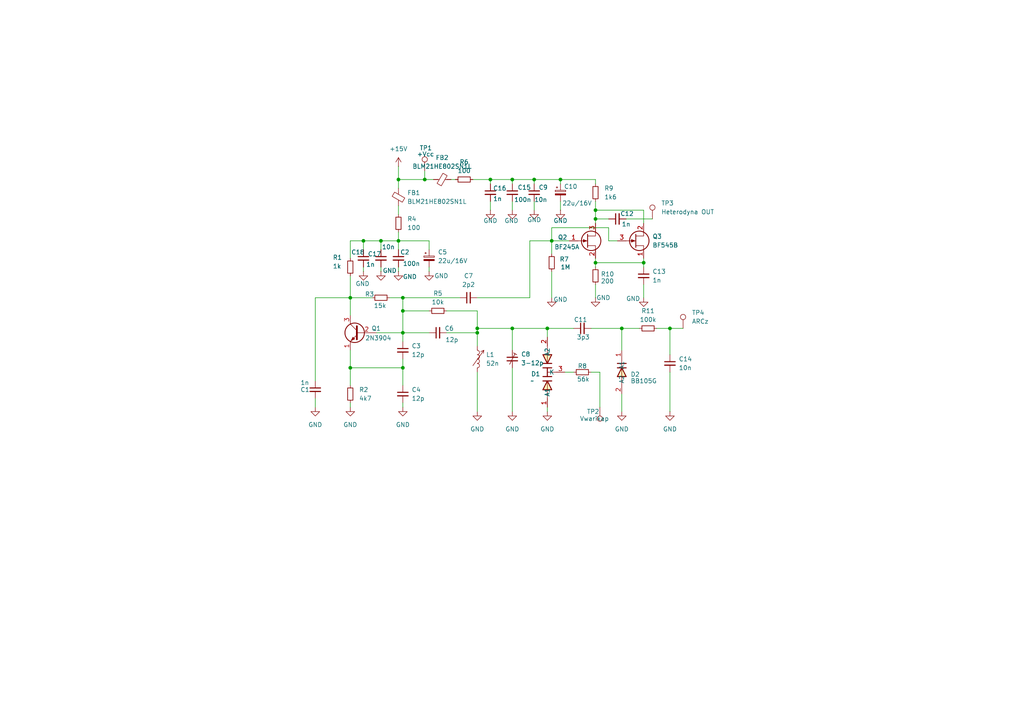
<source format=kicad_sch>
(kicad_sch
	(version 20231120)
	(generator "eeschema")
	(generator_version "8.0")
	(uuid "3a7307b2-b91b-4d8a-9ea9-e6253b095bdb")
	(paper "A4")
	(lib_symbols
		(symbol "Connector:TestPoint"
			(pin_numbers hide)
			(pin_names
				(offset 0.762) hide)
			(exclude_from_sim no)
			(in_bom yes)
			(on_board yes)
			(property "Reference" "TP"
				(at 0 6.858 0)
				(effects
					(font
						(size 1.27 1.27)
					)
				)
			)
			(property "Value" "TestPoint"
				(at 0 5.08 0)
				(effects
					(font
						(size 1.27 1.27)
					)
				)
			)
			(property "Footprint" ""
				(at 5.08 0 0)
				(effects
					(font
						(size 1.27 1.27)
					)
					(hide yes)
				)
			)
			(property "Datasheet" "~"
				(at 5.08 0 0)
				(effects
					(font
						(size 1.27 1.27)
					)
					(hide yes)
				)
			)
			(property "Description" "test point"
				(at 0 0 0)
				(effects
					(font
						(size 1.27 1.27)
					)
					(hide yes)
				)
			)
			(property "ki_keywords" "test point tp"
				(at 0 0 0)
				(effects
					(font
						(size 1.27 1.27)
					)
					(hide yes)
				)
			)
			(property "ki_fp_filters" "Pin* Test*"
				(at 0 0 0)
				(effects
					(font
						(size 1.27 1.27)
					)
					(hide yes)
				)
			)
			(symbol "TestPoint_0_1"
				(circle
					(center 0 3.302)
					(radius 0.762)
					(stroke
						(width 0)
						(type default)
					)
					(fill
						(type none)
					)
				)
			)
			(symbol "TestPoint_1_1"
				(pin passive line
					(at 0 0 90)
					(length 2.54)
					(name "1"
						(effects
							(font
								(size 1.27 1.27)
							)
						)
					)
					(number "1"
						(effects
							(font
								(size 1.27 1.27)
							)
						)
					)
				)
			)
		)
		(symbol "Device:C_Polarized_Small"
			(pin_numbers hide)
			(pin_names
				(offset 0.254) hide)
			(exclude_from_sim no)
			(in_bom yes)
			(on_board yes)
			(property "Reference" "C"
				(at 0.254 1.778 0)
				(effects
					(font
						(size 1.27 1.27)
					)
					(justify left)
				)
			)
			(property "Value" "C_Polarized_Small"
				(at 0.254 -2.032 0)
				(effects
					(font
						(size 1.27 1.27)
					)
					(justify left)
				)
			)
			(property "Footprint" ""
				(at 0 0 0)
				(effects
					(font
						(size 1.27 1.27)
					)
					(hide yes)
				)
			)
			(property "Datasheet" "~"
				(at 0 0 0)
				(effects
					(font
						(size 1.27 1.27)
					)
					(hide yes)
				)
			)
			(property "Description" "Polarized capacitor, small symbol"
				(at 0 0 0)
				(effects
					(font
						(size 1.27 1.27)
					)
					(hide yes)
				)
			)
			(property "ki_keywords" "cap capacitor"
				(at 0 0 0)
				(effects
					(font
						(size 1.27 1.27)
					)
					(hide yes)
				)
			)
			(property "ki_fp_filters" "CP_*"
				(at 0 0 0)
				(effects
					(font
						(size 1.27 1.27)
					)
					(hide yes)
				)
			)
			(symbol "C_Polarized_Small_0_1"
				(rectangle
					(start -1.524 -0.3048)
					(end 1.524 -0.6858)
					(stroke
						(width 0)
						(type default)
					)
					(fill
						(type outline)
					)
				)
				(rectangle
					(start -1.524 0.6858)
					(end 1.524 0.3048)
					(stroke
						(width 0)
						(type default)
					)
					(fill
						(type none)
					)
				)
				(polyline
					(pts
						(xy -1.27 1.524) (xy -0.762 1.524)
					)
					(stroke
						(width 0)
						(type default)
					)
					(fill
						(type none)
					)
				)
				(polyline
					(pts
						(xy -1.016 1.27) (xy -1.016 1.778)
					)
					(stroke
						(width 0)
						(type default)
					)
					(fill
						(type none)
					)
				)
			)
			(symbol "C_Polarized_Small_1_1"
				(pin passive line
					(at 0 2.54 270)
					(length 1.8542)
					(name "~"
						(effects
							(font
								(size 1.27 1.27)
							)
						)
					)
					(number "1"
						(effects
							(font
								(size 1.27 1.27)
							)
						)
					)
				)
				(pin passive line
					(at 0 -2.54 90)
					(length 1.8542)
					(name "~"
						(effects
							(font
								(size 1.27 1.27)
							)
						)
					)
					(number "2"
						(effects
							(font
								(size 1.27 1.27)
							)
						)
					)
				)
			)
		)
		(symbol "Device:C_Small"
			(pin_numbers hide)
			(pin_names
				(offset 0.254) hide)
			(exclude_from_sim no)
			(in_bom yes)
			(on_board yes)
			(property "Reference" "C"
				(at 0.254 1.778 0)
				(effects
					(font
						(size 1.27 1.27)
					)
					(justify left)
				)
			)
			(property "Value" "C_Small"
				(at 0.254 -2.032 0)
				(effects
					(font
						(size 1.27 1.27)
					)
					(justify left)
				)
			)
			(property "Footprint" ""
				(at 0 0 0)
				(effects
					(font
						(size 1.27 1.27)
					)
					(hide yes)
				)
			)
			(property "Datasheet" "~"
				(at 0 0 0)
				(effects
					(font
						(size 1.27 1.27)
					)
					(hide yes)
				)
			)
			(property "Description" "Unpolarized capacitor, small symbol"
				(at 0 0 0)
				(effects
					(font
						(size 1.27 1.27)
					)
					(hide yes)
				)
			)
			(property "ki_keywords" "capacitor cap"
				(at 0 0 0)
				(effects
					(font
						(size 1.27 1.27)
					)
					(hide yes)
				)
			)
			(property "ki_fp_filters" "C_*"
				(at 0 0 0)
				(effects
					(font
						(size 1.27 1.27)
					)
					(hide yes)
				)
			)
			(symbol "C_Small_0_1"
				(polyline
					(pts
						(xy -1.524 -0.508) (xy 1.524 -0.508)
					)
					(stroke
						(width 0.3302)
						(type default)
					)
					(fill
						(type none)
					)
				)
				(polyline
					(pts
						(xy -1.524 0.508) (xy 1.524 0.508)
					)
					(stroke
						(width 0.3048)
						(type default)
					)
					(fill
						(type none)
					)
				)
			)
			(symbol "C_Small_1_1"
				(pin passive line
					(at 0 2.54 270)
					(length 2.032)
					(name "~"
						(effects
							(font
								(size 1.27 1.27)
							)
						)
					)
					(number "1"
						(effects
							(font
								(size 1.27 1.27)
							)
						)
					)
				)
				(pin passive line
					(at 0 -2.54 90)
					(length 2.032)
					(name "~"
						(effects
							(font
								(size 1.27 1.27)
							)
						)
					)
					(number "2"
						(effects
							(font
								(size 1.27 1.27)
							)
						)
					)
				)
			)
		)
		(symbol "Device:C_Trim_Small"
			(pin_numbers hide)
			(pin_names
				(offset 0.254) hide)
			(exclude_from_sim no)
			(in_bom yes)
			(on_board yes)
			(property "Reference" "C"
				(at 1.524 -2.032 0)
				(effects
					(font
						(size 1.27 1.27)
					)
				)
			)
			(property "Value" "C_Trim_Small"
				(at 3.048 -3.556 0)
				(effects
					(font
						(size 1.27 1.27)
					)
				)
			)
			(property "Footprint" ""
				(at 0 0 0)
				(effects
					(font
						(size 1.27 1.27)
					)
					(hide yes)
				)
			)
			(property "Datasheet" "~"
				(at 0 0 0)
				(effects
					(font
						(size 1.27 1.27)
					)
					(hide yes)
				)
			)
			(property "Description" "Trimmable capacitor, small symbol"
				(at 0 0 0)
				(effects
					(font
						(size 1.27 1.27)
					)
					(hide yes)
				)
			)
			(property "ki_keywords" "trimmer variable capacitor"
				(at 0 0 0)
				(effects
					(font
						(size 1.27 1.27)
					)
					(hide yes)
				)
			)
			(property "ki_fp_filters" "C_*"
				(at 0 0 0)
				(effects
					(font
						(size 1.27 1.27)
					)
					(hide yes)
				)
			)
			(symbol "C_Trim_Small_0_1"
				(polyline
					(pts
						(xy -1.524 -0.508) (xy 1.524 -0.508)
					)
					(stroke
						(width 0.3048)
						(type default)
					)
					(fill
						(type none)
					)
				)
				(polyline
					(pts
						(xy -1.524 0.508) (xy 1.524 0.508)
					)
					(stroke
						(width 0.3048)
						(type default)
					)
					(fill
						(type none)
					)
				)
				(polyline
					(pts
						(xy 0.762 1.524) (xy -0.762 -1.524)
					)
					(stroke
						(width 0.1778)
						(type default)
					)
					(fill
						(type none)
					)
				)
				(polyline
					(pts
						(xy 1.27 1.27) (xy 0.381 1.778)
					)
					(stroke
						(width 0.1778)
						(type default)
					)
					(fill
						(type none)
					)
				)
			)
			(symbol "C_Trim_Small_1_1"
				(pin passive line
					(at 0 2.54 270)
					(length 2.032)
					(name "~"
						(effects
							(font
								(size 1.27 1.27)
							)
						)
					)
					(number "1"
						(effects
							(font
								(size 1.27 1.27)
							)
						)
					)
				)
				(pin passive line
					(at 0 -2.54 90)
					(length 2.032)
					(name "~"
						(effects
							(font
								(size 1.27 1.27)
							)
						)
					)
					(number "2"
						(effects
							(font
								(size 1.27 1.27)
							)
						)
					)
				)
			)
		)
		(symbol "Device:FerriteBead_Small"
			(pin_numbers hide)
			(pin_names
				(offset 0)
			)
			(exclude_from_sim no)
			(in_bom yes)
			(on_board yes)
			(property "Reference" "FB"
				(at 1.905 1.27 0)
				(effects
					(font
						(size 1.27 1.27)
					)
					(justify left)
				)
			)
			(property "Value" "FerriteBead_Small"
				(at 1.905 -1.27 0)
				(effects
					(font
						(size 1.27 1.27)
					)
					(justify left)
				)
			)
			(property "Footprint" ""
				(at -1.778 0 90)
				(effects
					(font
						(size 1.27 1.27)
					)
					(hide yes)
				)
			)
			(property "Datasheet" "~"
				(at 0 0 0)
				(effects
					(font
						(size 1.27 1.27)
					)
					(hide yes)
				)
			)
			(property "Description" "Ferrite bead, small symbol"
				(at 0 0 0)
				(effects
					(font
						(size 1.27 1.27)
					)
					(hide yes)
				)
			)
			(property "ki_keywords" "L ferrite bead inductor filter"
				(at 0 0 0)
				(effects
					(font
						(size 1.27 1.27)
					)
					(hide yes)
				)
			)
			(property "ki_fp_filters" "Inductor_* L_* *Ferrite*"
				(at 0 0 0)
				(effects
					(font
						(size 1.27 1.27)
					)
					(hide yes)
				)
			)
			(symbol "FerriteBead_Small_0_1"
				(polyline
					(pts
						(xy 0 -1.27) (xy 0 -0.7874)
					)
					(stroke
						(width 0)
						(type default)
					)
					(fill
						(type none)
					)
				)
				(polyline
					(pts
						(xy 0 0.889) (xy 0 1.2954)
					)
					(stroke
						(width 0)
						(type default)
					)
					(fill
						(type none)
					)
				)
				(polyline
					(pts
						(xy -1.8288 0.2794) (xy -1.1176 1.4986) (xy 1.8288 -0.2032) (xy 1.1176 -1.4224) (xy -1.8288 0.2794)
					)
					(stroke
						(width 0)
						(type default)
					)
					(fill
						(type none)
					)
				)
			)
			(symbol "FerriteBead_Small_1_1"
				(pin passive line
					(at 0 2.54 270)
					(length 1.27)
					(name "~"
						(effects
							(font
								(size 1.27 1.27)
							)
						)
					)
					(number "1"
						(effects
							(font
								(size 1.27 1.27)
							)
						)
					)
				)
				(pin passive line
					(at 0 -2.54 90)
					(length 1.27)
					(name "~"
						(effects
							(font
								(size 1.27 1.27)
							)
						)
					)
					(number "2"
						(effects
							(font
								(size 1.27 1.27)
							)
						)
					)
				)
			)
		)
		(symbol "Device:L_Trim"
			(pin_numbers hide)
			(pin_names
				(offset 1.016) hide)
			(exclude_from_sim no)
			(in_bom yes)
			(on_board yes)
			(property "Reference" "L"
				(at -1.905 0 90)
				(effects
					(font
						(size 1.27 1.27)
					)
				)
			)
			(property "Value" "L_Trim"
				(at 3.175 0 90)
				(effects
					(font
						(size 1.27 1.27)
					)
				)
			)
			(property "Footprint" ""
				(at 0 0 0)
				(effects
					(font
						(size 1.27 1.27)
					)
					(hide yes)
				)
			)
			(property "Datasheet" "~"
				(at 0 0 0)
				(effects
					(font
						(size 1.27 1.27)
					)
					(hide yes)
				)
			)
			(property "Description" "Variable inductor"
				(at 0 0 0)
				(effects
					(font
						(size 1.27 1.27)
					)
					(hide yes)
				)
			)
			(property "ki_keywords" "inductor choke coil reactor magnetic"
				(at 0 0 0)
				(effects
					(font
						(size 1.27 1.27)
					)
					(hide yes)
				)
			)
			(property "ki_fp_filters" "Inductor_* L_*"
				(at 0 0 0)
				(effects
					(font
						(size 1.27 1.27)
					)
					(hide yes)
				)
			)
			(symbol "L_Trim_0_1"
				(arc
					(start 0 -2.54)
					(mid 0.6323 -1.905)
					(end 0 -1.27)
					(stroke
						(width 0)
						(type default)
					)
					(fill
						(type none)
					)
				)
				(arc
					(start 0 -1.27)
					(mid 0.6323 -0.635)
					(end 0 0)
					(stroke
						(width 0)
						(type default)
					)
					(fill
						(type none)
					)
				)
				(polyline
					(pts
						(xy -1.27 -1.905) (xy 1.905 2.54)
					)
					(stroke
						(width 0)
						(type default)
					)
					(fill
						(type none)
					)
				)
				(polyline
					(pts
						(xy 1.905 2.54) (xy 1.016 2.159)
					)
					(stroke
						(width 0)
						(type default)
					)
					(fill
						(type none)
					)
				)
				(polyline
					(pts
						(xy 1.905 2.54) (xy 1.778 1.651)
					)
					(stroke
						(width 0)
						(type default)
					)
					(fill
						(type none)
					)
				)
				(arc
					(start 0 0)
					(mid 0.6323 0.635)
					(end 0 1.27)
					(stroke
						(width 0)
						(type default)
					)
					(fill
						(type none)
					)
				)
				(arc
					(start 0 1.27)
					(mid 0.6323 1.905)
					(end 0 2.54)
					(stroke
						(width 0)
						(type default)
					)
					(fill
						(type none)
					)
				)
			)
			(symbol "L_Trim_1_1"
				(pin passive line
					(at 0 3.81 270)
					(length 1.27)
					(name "1"
						(effects
							(font
								(size 1.27 1.27)
							)
						)
					)
					(number "1"
						(effects
							(font
								(size 1.27 1.27)
							)
						)
					)
				)
				(pin passive line
					(at 0 -3.81 90)
					(length 1.27)
					(name "2"
						(effects
							(font
								(size 1.27 1.27)
							)
						)
					)
					(number "2"
						(effects
							(font
								(size 1.27 1.27)
							)
						)
					)
				)
			)
		)
		(symbol "Device:R_Small"
			(pin_numbers hide)
			(pin_names
				(offset 0.254) hide)
			(exclude_from_sim no)
			(in_bom yes)
			(on_board yes)
			(property "Reference" "R"
				(at 0.762 0.508 0)
				(effects
					(font
						(size 1.27 1.27)
					)
					(justify left)
				)
			)
			(property "Value" "R_Small"
				(at 0.762 -1.016 0)
				(effects
					(font
						(size 1.27 1.27)
					)
					(justify left)
				)
			)
			(property "Footprint" ""
				(at 0 0 0)
				(effects
					(font
						(size 1.27 1.27)
					)
					(hide yes)
				)
			)
			(property "Datasheet" "~"
				(at 0 0 0)
				(effects
					(font
						(size 1.27 1.27)
					)
					(hide yes)
				)
			)
			(property "Description" "Resistor, small symbol"
				(at 0 0 0)
				(effects
					(font
						(size 1.27 1.27)
					)
					(hide yes)
				)
			)
			(property "ki_keywords" "R resistor"
				(at 0 0 0)
				(effects
					(font
						(size 1.27 1.27)
					)
					(hide yes)
				)
			)
			(property "ki_fp_filters" "R_*"
				(at 0 0 0)
				(effects
					(font
						(size 1.27 1.27)
					)
					(hide yes)
				)
			)
			(symbol "R_Small_0_1"
				(rectangle
					(start -0.762 1.778)
					(end 0.762 -1.778)
					(stroke
						(width 0.2032)
						(type default)
					)
					(fill
						(type none)
					)
				)
			)
			(symbol "R_Small_1_1"
				(pin passive line
					(at 0 2.54 270)
					(length 0.762)
					(name "~"
						(effects
							(font
								(size 1.27 1.27)
							)
						)
					)
					(number "1"
						(effects
							(font
								(size 1.27 1.27)
							)
						)
					)
				)
				(pin passive line
					(at 0 -2.54 90)
					(length 0.762)
					(name "~"
						(effects
							(font
								(size 1.27 1.27)
							)
						)
					)
					(number "2"
						(effects
							(font
								(size 1.27 1.27)
							)
						)
					)
				)
			)
		)
		(symbol "Transistor_BJT:2N3904"
			(pin_names
				(offset 0) hide)
			(exclude_from_sim no)
			(in_bom yes)
			(on_board yes)
			(property "Reference" "Q"
				(at 5.08 1.905 0)
				(effects
					(font
						(size 1.27 1.27)
					)
					(justify left)
				)
			)
			(property "Value" "2N3904"
				(at 5.08 0 0)
				(effects
					(font
						(size 1.27 1.27)
					)
					(justify left)
				)
			)
			(property "Footprint" "Package_TO_SOT_THT:TO-92_Inline"
				(at 5.08 -1.905 0)
				(effects
					(font
						(size 1.27 1.27)
						(italic yes)
					)
					(justify left)
					(hide yes)
				)
			)
			(property "Datasheet" "https://www.onsemi.com/pub/Collateral/2N3903-D.PDF"
				(at 0 0 0)
				(effects
					(font
						(size 1.27 1.27)
					)
					(justify left)
					(hide yes)
				)
			)
			(property "Description" "0.2A Ic, 40V Vce, Small Signal NPN Transistor, TO-92"
				(at 0 0 0)
				(effects
					(font
						(size 1.27 1.27)
					)
					(hide yes)
				)
			)
			(property "ki_keywords" "NPN Transistor"
				(at 0 0 0)
				(effects
					(font
						(size 1.27 1.27)
					)
					(hide yes)
				)
			)
			(property "ki_fp_filters" "TO?92*"
				(at 0 0 0)
				(effects
					(font
						(size 1.27 1.27)
					)
					(hide yes)
				)
			)
			(symbol "2N3904_0_1"
				(polyline
					(pts
						(xy 0.635 0.635) (xy 2.54 2.54)
					)
					(stroke
						(width 0)
						(type default)
					)
					(fill
						(type none)
					)
				)
				(polyline
					(pts
						(xy 0.635 -0.635) (xy 2.54 -2.54) (xy 2.54 -2.54)
					)
					(stroke
						(width 0)
						(type default)
					)
					(fill
						(type none)
					)
				)
				(polyline
					(pts
						(xy 0.635 1.905) (xy 0.635 -1.905) (xy 0.635 -1.905)
					)
					(stroke
						(width 0.508)
						(type default)
					)
					(fill
						(type none)
					)
				)
				(polyline
					(pts
						(xy 1.27 -1.778) (xy 1.778 -1.27) (xy 2.286 -2.286) (xy 1.27 -1.778) (xy 1.27 -1.778)
					)
					(stroke
						(width 0)
						(type default)
					)
					(fill
						(type outline)
					)
				)
				(circle
					(center 1.27 0)
					(radius 2.8194)
					(stroke
						(width 0.254)
						(type default)
					)
					(fill
						(type none)
					)
				)
			)
			(symbol "2N3904_1_1"
				(pin passive line
					(at 2.54 -5.08 90)
					(length 2.54)
					(name "E"
						(effects
							(font
								(size 1.27 1.27)
							)
						)
					)
					(number "1"
						(effects
							(font
								(size 1.27 1.27)
							)
						)
					)
				)
				(pin passive line
					(at -5.08 0 0)
					(length 5.715)
					(name "B"
						(effects
							(font
								(size 1.27 1.27)
							)
						)
					)
					(number "2"
						(effects
							(font
								(size 1.27 1.27)
							)
						)
					)
				)
				(pin passive line
					(at 2.54 5.08 270)
					(length 2.54)
					(name "C"
						(effects
							(font
								(size 1.27 1.27)
							)
						)
					)
					(number "3"
						(effects
							(font
								(size 1.27 1.27)
							)
						)
					)
				)
			)
		)
		(symbol "Transistor_FET:BF245A"
			(pin_names hide)
			(exclude_from_sim no)
			(in_bom yes)
			(on_board yes)
			(property "Reference" "Q"
				(at 5.08 1.905 0)
				(effects
					(font
						(size 1.27 1.27)
					)
					(justify left)
				)
			)
			(property "Value" "BF245A"
				(at 5.08 0 0)
				(effects
					(font
						(size 1.27 1.27)
					)
					(justify left)
				)
			)
			(property "Footprint" "Package_TO_SOT_THT:TO-92_Inline"
				(at 5.08 -1.905 0)
				(effects
					(font
						(size 1.27 1.27)
						(italic yes)
					)
					(justify left)
					(hide yes)
				)
			)
			(property "Datasheet" "https://www.onsemi.com/pub/Collateral/BF245A-D.PDF"
				(at 5.08 -3.81 0)
				(effects
					(font
						(size 1.27 1.27)
					)
					(justify left)
					(hide yes)
				)
			)
			(property "Description" "50mA Id, 30V Vgs, N-Channel FET Transistor, TO-92"
				(at 0 0 0)
				(effects
					(font
						(size 1.27 1.27)
					)
					(hide yes)
				)
			)
			(property "ki_keywords" "N-Channel FET Transistor Low Voltage"
				(at 0 0 0)
				(effects
					(font
						(size 1.27 1.27)
					)
					(hide yes)
				)
			)
			(property "ki_fp_filters" "TO?92*"
				(at 0 0 0)
				(effects
					(font
						(size 1.27 1.27)
					)
					(hide yes)
				)
			)
			(symbol "BF245A_0_1"
				(polyline
					(pts
						(xy 0.254 0) (xy -2.54 0)
					)
					(stroke
						(width 0)
						(type default)
					)
					(fill
						(type none)
					)
				)
				(polyline
					(pts
						(xy 0.254 1.905) (xy 0.254 -1.905)
					)
					(stroke
						(width 0.254)
						(type default)
					)
					(fill
						(type none)
					)
				)
				(polyline
					(pts
						(xy 2.54 -2.54) (xy 2.54 -1.397) (xy 0.254 -1.397)
					)
					(stroke
						(width 0)
						(type default)
					)
					(fill
						(type none)
					)
				)
				(polyline
					(pts
						(xy 2.54 2.54) (xy 2.54 1.397) (xy 0.254 1.397)
					)
					(stroke
						(width 0)
						(type default)
					)
					(fill
						(type none)
					)
				)
				(polyline
					(pts
						(xy 0 0) (xy -1.016 0.381) (xy -1.016 -0.381) (xy 0 0)
					)
					(stroke
						(width 0)
						(type default)
					)
					(fill
						(type outline)
					)
				)
				(circle
					(center 1.27 0)
					(radius 2.8194)
					(stroke
						(width 0.254)
						(type default)
					)
					(fill
						(type none)
					)
				)
			)
			(symbol "BF245A_1_1"
				(pin input line
					(at -5.08 0 0)
					(length 2.54)
					(name "G"
						(effects
							(font
								(size 1.27 1.27)
							)
						)
					)
					(number "1"
						(effects
							(font
								(size 1.27 1.27)
							)
						)
					)
				)
				(pin passive line
					(at 2.54 -5.08 90)
					(length 2.54)
					(name "S"
						(effects
							(font
								(size 1.27 1.27)
							)
						)
					)
					(number "2"
						(effects
							(font
								(size 1.27 1.27)
							)
						)
					)
				)
				(pin passive line
					(at 2.54 5.08 270)
					(length 2.54)
					(name "D"
						(effects
							(font
								(size 1.27 1.27)
							)
						)
					)
					(number "3"
						(effects
							(font
								(size 1.27 1.27)
							)
						)
					)
				)
			)
		)
		(symbol "Transistor_FET:BF545B"
			(pin_names hide)
			(exclude_from_sim no)
			(in_bom yes)
			(on_board yes)
			(property "Reference" "Q"
				(at 5.08 1.905 0)
				(effects
					(font
						(size 1.27 1.27)
					)
					(justify left)
				)
			)
			(property "Value" "BF545B"
				(at 5.08 0 0)
				(effects
					(font
						(size 1.27 1.27)
					)
					(justify left)
				)
			)
			(property "Footprint" "Package_TO_SOT_SMD:SOT-23"
				(at 5.08 -1.905 0)
				(effects
					(font
						(size 1.27 1.27)
						(italic yes)
					)
					(justify left)
					(hide yes)
				)
			)
			(property "Datasheet" "https://www.nxp.com/docs/en/data-sheet/BF545A_BF545B_BF545C.pdf"
				(at 5.08 -3.81 0)
				(effects
					(font
						(size 1.27 1.27)
					)
					(justify left)
					(hide yes)
				)
			)
			(property "Description" "15mA Idss, 30V Vgs, N-Channel JFET, SOT-23"
				(at 0 0 0)
				(effects
					(font
						(size 1.27 1.27)
					)
					(hide yes)
				)
			)
			(property "ki_keywords" "N-Channel FET Transistor Low Voltage"
				(at 0 0 0)
				(effects
					(font
						(size 1.27 1.27)
					)
					(hide yes)
				)
			)
			(property "ki_fp_filters" "SOT?23*"
				(at 0 0 0)
				(effects
					(font
						(size 1.27 1.27)
					)
					(hide yes)
				)
			)
			(symbol "BF545B_0_1"
				(polyline
					(pts
						(xy 0.254 0) (xy -2.54 0)
					)
					(stroke
						(width 0)
						(type default)
					)
					(fill
						(type none)
					)
				)
				(polyline
					(pts
						(xy 0.254 1.905) (xy 0.254 -1.905)
					)
					(stroke
						(width 0.254)
						(type default)
					)
					(fill
						(type none)
					)
				)
				(polyline
					(pts
						(xy 2.54 -2.54) (xy 2.54 -1.397) (xy 0.254 -1.397)
					)
					(stroke
						(width 0)
						(type default)
					)
					(fill
						(type none)
					)
				)
				(polyline
					(pts
						(xy 2.54 2.54) (xy 2.54 1.397) (xy 0.254 1.397)
					)
					(stroke
						(width 0)
						(type default)
					)
					(fill
						(type none)
					)
				)
				(polyline
					(pts
						(xy 0 0) (xy -1.016 0.381) (xy -1.016 -0.381) (xy 0 0)
					)
					(stroke
						(width 0)
						(type default)
					)
					(fill
						(type outline)
					)
				)
				(circle
					(center 1.27 0)
					(radius 2.8194)
					(stroke
						(width 0.254)
						(type default)
					)
					(fill
						(type none)
					)
				)
			)
			(symbol "BF545B_1_1"
				(pin passive line
					(at 2.54 -5.08 90)
					(length 2.54)
					(name "S"
						(effects
							(font
								(size 1.27 1.27)
							)
						)
					)
					(number "1"
						(effects
							(font
								(size 1.27 1.27)
							)
						)
					)
				)
				(pin passive line
					(at 2.54 5.08 270)
					(length 2.54)
					(name "D"
						(effects
							(font
								(size 1.27 1.27)
							)
						)
					)
					(number "2"
						(effects
							(font
								(size 1.27 1.27)
							)
						)
					)
				)
				(pin input line
					(at -5.08 0 0)
					(length 2.54)
					(name "G"
						(effects
							(font
								(size 1.27 1.27)
							)
						)
					)
					(number "3"
						(effects
							(font
								(size 1.27 1.27)
							)
						)
					)
				)
			)
		)
		(symbol "power:+15V"
			(power)
			(pin_numbers hide)
			(pin_names
				(offset 0) hide)
			(exclude_from_sim no)
			(in_bom yes)
			(on_board yes)
			(property "Reference" "#PWR"
				(at 0 -3.81 0)
				(effects
					(font
						(size 1.27 1.27)
					)
					(hide yes)
				)
			)
			(property "Value" "+15V"
				(at 0 3.556 0)
				(effects
					(font
						(size 1.27 1.27)
					)
				)
			)
			(property "Footprint" ""
				(at 0 0 0)
				(effects
					(font
						(size 1.27 1.27)
					)
					(hide yes)
				)
			)
			(property "Datasheet" ""
				(at 0 0 0)
				(effects
					(font
						(size 1.27 1.27)
					)
					(hide yes)
				)
			)
			(property "Description" "Power symbol creates a global label with name \"+15V\""
				(at 0 0 0)
				(effects
					(font
						(size 1.27 1.27)
					)
					(hide yes)
				)
			)
			(property "ki_keywords" "global power"
				(at 0 0 0)
				(effects
					(font
						(size 1.27 1.27)
					)
					(hide yes)
				)
			)
			(symbol "+15V_0_1"
				(polyline
					(pts
						(xy -0.762 1.27) (xy 0 2.54)
					)
					(stroke
						(width 0)
						(type default)
					)
					(fill
						(type none)
					)
				)
				(polyline
					(pts
						(xy 0 0) (xy 0 2.54)
					)
					(stroke
						(width 0)
						(type default)
					)
					(fill
						(type none)
					)
				)
				(polyline
					(pts
						(xy 0 2.54) (xy 0.762 1.27)
					)
					(stroke
						(width 0)
						(type default)
					)
					(fill
						(type none)
					)
				)
			)
			(symbol "+15V_1_1"
				(pin power_in line
					(at 0 0 90)
					(length 0)
					(name "~"
						(effects
							(font
								(size 1.27 1.27)
							)
						)
					)
					(number "1"
						(effects
							(font
								(size 1.27 1.27)
							)
						)
					)
				)
			)
		)
		(symbol "power:GND"
			(power)
			(pin_numbers hide)
			(pin_names
				(offset 0) hide)
			(exclude_from_sim no)
			(in_bom yes)
			(on_board yes)
			(property "Reference" "#PWR"
				(at 0 -6.35 0)
				(effects
					(font
						(size 1.27 1.27)
					)
					(hide yes)
				)
			)
			(property "Value" "GND"
				(at 0 -3.81 0)
				(effects
					(font
						(size 1.27 1.27)
					)
				)
			)
			(property "Footprint" ""
				(at 0 0 0)
				(effects
					(font
						(size 1.27 1.27)
					)
					(hide yes)
				)
			)
			(property "Datasheet" ""
				(at 0 0 0)
				(effects
					(font
						(size 1.27 1.27)
					)
					(hide yes)
				)
			)
			(property "Description" "Power symbol creates a global label with name \"GND\" , ground"
				(at 0 0 0)
				(effects
					(font
						(size 1.27 1.27)
					)
					(hide yes)
				)
			)
			(property "ki_keywords" "global power"
				(at 0 0 0)
				(effects
					(font
						(size 1.27 1.27)
					)
					(hide yes)
				)
			)
			(symbol "GND_0_1"
				(polyline
					(pts
						(xy 0 0) (xy 0 -1.27) (xy 1.27 -1.27) (xy 0 -2.54) (xy -1.27 -1.27) (xy 0 -1.27)
					)
					(stroke
						(width 0)
						(type default)
					)
					(fill
						(type none)
					)
				)
			)
			(symbol "GND_1_1"
				(pin power_in line
					(at 0 0 270)
					(length 0)
					(name "~"
						(effects
							(font
								(size 1.27 1.27)
							)
						)
					)
					(number "1"
						(effects
							(font
								(size 1.27 1.27)
							)
						)
					)
				)
			)
		)
		(symbol "warikapy:BB104B"
			(exclude_from_sim no)
			(in_bom yes)
			(on_board yes)
			(property "Reference" "D"
				(at 0 1.524 0)
				(effects
					(font
						(size 1.27 1.27)
					)
				)
			)
			(property "Value" ""
				(at -5.08 0 0)
				(effects
					(font
						(size 1.27 1.27)
					)
				)
			)
			(property "Footprint" ""
				(at -5.08 0 0)
				(effects
					(font
						(size 1.27 1.27)
					)
					(hide yes)
				)
			)
			(property "Datasheet" ""
				(at -5.08 0 0)
				(effects
					(font
						(size 1.27 1.27)
					)
					(hide yes)
				)
			)
			(property "Description" ""
				(at -5.08 0 0)
				(effects
					(font
						(size 1.27 1.27)
					)
					(hide yes)
				)
			)
			(symbol "BB104B_0_1"
				(polyline
					(pts
						(xy -10.16 0) (xy -10.16 0)
					)
					(stroke
						(width 0)
						(type default)
					)
					(fill
						(type none)
					)
				)
				(polyline
					(pts
						(xy -7.62 0) (xy -2.54 0)
					)
					(stroke
						(width 0)
						(type default)
					)
					(fill
						(type none)
					)
				)
				(polyline
					(pts
						(xy -5.08 1.27) (xy -2.54 0)
					)
					(stroke
						(width 0.3)
						(type default)
					)
					(fill
						(type background)
					)
				)
				(polyline
					(pts
						(xy -2.54 1.27) (xy -2.54 -1.27)
					)
					(stroke
						(width 0.3)
						(type default)
					)
					(fill
						(type none)
					)
				)
				(polyline
					(pts
						(xy -1.27 0) (xy 1.27 0)
					)
					(stroke
						(width 0.3)
						(type default)
					)
					(fill
						(type none)
					)
				)
				(polyline
					(pts
						(xy -1.27 1.27) (xy -1.27 -1.27)
					)
					(stroke
						(width 0.3)
						(type default)
					)
					(fill
						(type none)
					)
				)
				(polyline
					(pts
						(xy 0 -2.54) (xy 0 0)
					)
					(stroke
						(width 0)
						(type default)
					)
					(fill
						(type none)
					)
				)
				(polyline
					(pts
						(xy 1.27 1.27) (xy 1.27 -1.27)
					)
					(stroke
						(width 0.3)
						(type default)
					)
					(fill
						(type none)
					)
				)
				(polyline
					(pts
						(xy 2.54 0) (xy 7.62 0)
					)
					(stroke
						(width 0)
						(type default)
					)
					(fill
						(type none)
					)
				)
				(polyline
					(pts
						(xy 2.54 1.27) (xy 2.54 -1.27)
					)
					(stroke
						(width 0.3)
						(type default)
					)
					(fill
						(type none)
					)
				)
				(polyline
					(pts
						(xy -5.08 1.27) (xy -5.08 -1.27) (xy -2.54 0)
					)
					(stroke
						(width 0.3)
						(type default)
					)
					(fill
						(type background)
					)
				)
			)
			(symbol "BB104B_1_1"
				(polyline
					(pts
						(xy 2.54 0) (xy 5.08 1.27) (xy 5.08 -1.27) (xy 2.54 0)
					)
					(stroke
						(width 0.3)
						(type default)
					)
					(fill
						(type background)
					)
				)
				(pin input line
					(at -10.16 0 0)
					(length 2.54)
					(name "A1"
						(effects
							(font
								(size 1.27 1.27)
							)
						)
					)
					(number "1"
						(effects
							(font
								(size 1.27 1.27)
							)
						)
					)
				)
				(pin input line
					(at 10.16 0 180)
					(length 2.54)
					(name "A2"
						(effects
							(font
								(size 1.27 1.27)
							)
						)
					)
					(number "2"
						(effects
							(font
								(size 1.27 1.27)
							)
						)
					)
				)
				(pin input line
					(at 0 -5.08 90)
					(length 2.54)
					(name "K"
						(effects
							(font
								(size 1.27 1.27)
							)
						)
					)
					(number "3"
						(effects
							(font
								(size 1.27 1.27)
							)
						)
					)
				)
			)
		)
		(symbol "warikapy:BB105G"
			(exclude_from_sim no)
			(in_bom yes)
			(on_board yes)
			(property "Reference" "D"
				(at -0.254 5.08 0)
				(effects
					(font
						(size 1.27 1.27)
					)
				)
			)
			(property "Value" ""
				(at -1.27 0 0)
				(effects
					(font
						(size 1.27 1.27)
					)
				)
			)
			(property "Footprint" ""
				(at -1.27 0 0)
				(effects
					(font
						(size 1.27 1.27)
					)
					(hide yes)
				)
			)
			(property "Datasheet" ""
				(at -1.27 0 0)
				(effects
					(font
						(size 1.27 1.27)
					)
					(hide yes)
				)
			)
			(property "Description" ""
				(at -1.27 0 0)
				(effects
					(font
						(size 1.27 1.27)
					)
					(hide yes)
				)
			)
			(symbol "BB105G_0_1"
				(polyline
					(pts
						(xy -6.35 0) (xy -6.35 0)
					)
					(stroke
						(width 0)
						(type default)
					)
					(fill
						(type none)
					)
				)
				(polyline
					(pts
						(xy -3.81 0) (xy 1.27 0)
					)
					(stroke
						(width 0)
						(type default)
					)
					(fill
						(type none)
					)
				)
				(polyline
					(pts
						(xy -1.27 1.27) (xy 1.27 0)
					)
					(stroke
						(width 0.3)
						(type default)
					)
					(fill
						(type background)
					)
				)
				(polyline
					(pts
						(xy 1.27 0) (xy 3.81 0)
					)
					(stroke
						(width 0)
						(type default)
					)
					(fill
						(type none)
					)
				)
				(polyline
					(pts
						(xy 1.27 1.27) (xy 1.27 -1.27)
					)
					(stroke
						(width 0.3)
						(type default)
					)
					(fill
						(type none)
					)
				)
				(polyline
					(pts
						(xy 2.54 1.27) (xy 2.54 -1.27)
					)
					(stroke
						(width 0.3)
						(type default)
					)
					(fill
						(type none)
					)
				)
				(polyline
					(pts
						(xy -1.27 1.27) (xy -1.27 -1.27) (xy 1.27 0)
					)
					(stroke
						(width 0.3)
						(type default)
					)
					(fill
						(type background)
					)
				)
			)
			(symbol "BB105G_1_1"
				(pin input line
					(at 6.35 0 180)
					(length 2.54)
					(name "A1"
						(effects
							(font
								(size 1.27 1.27)
							)
						)
					)
					(number "1"
						(effects
							(font
								(size 1.27 1.27)
							)
						)
					)
				)
				(pin input line
					(at -6.35 0 0)
					(length 2.54)
					(name "A2"
						(effects
							(font
								(size 1.27 1.27)
							)
						)
					)
					(number "2"
						(effects
							(font
								(size 1.27 1.27)
							)
						)
					)
				)
			)
		)
	)
	(junction
		(at 116.84 106.68)
		(diameter 0)
		(color 0 0 0 0)
		(uuid "03030c25-4252-436e-a070-85e1a1ffe9a9")
	)
	(junction
		(at 110.49 69.85)
		(diameter 0)
		(color 0 0 0 0)
		(uuid "077ae2b0-1388-40ad-bf19-d0993a5c04e1")
	)
	(junction
		(at 116.84 96.52)
		(diameter 0)
		(color 0 0 0 0)
		(uuid "09b5c8cf-c5b7-49f6-946d-6e71cc5ddeff")
	)
	(junction
		(at 180.34 95.25)
		(diameter 0)
		(color 0 0 0 0)
		(uuid "172885af-fca8-45bf-abf9-c50b694e0edf")
	)
	(junction
		(at 172.72 76.2)
		(diameter 0)
		(color 0 0 0 0)
		(uuid "18e4a3fd-32d2-4dae-a2e7-3d3c6d8d2741")
	)
	(junction
		(at 194.31 95.25)
		(diameter 0)
		(color 0 0 0 0)
		(uuid "1d928af7-cd91-4317-9d60-f3dd3102e3a8")
	)
	(junction
		(at 115.57 69.85)
		(diameter 0)
		(color 0 0 0 0)
		(uuid "1e0f9277-8d8d-4913-9df8-e34b23e957ad")
	)
	(junction
		(at 172.72 60.96)
		(diameter 0)
		(color 0 0 0 0)
		(uuid "30690927-1508-434a-941f-d2dd14911231")
	)
	(junction
		(at 142.24 52.07)
		(diameter 0)
		(color 0 0 0 0)
		(uuid "3f783dda-64d3-4f51-b1ea-d254494a665b")
	)
	(junction
		(at 115.57 52.07)
		(diameter 0)
		(color 0 0 0 0)
		(uuid "5532160f-0c53-4186-a478-fe4d61d5c897")
	)
	(junction
		(at 154.94 52.07)
		(diameter 0)
		(color 0 0 0 0)
		(uuid "6494f79e-b706-4bc6-a627-8020f4aed14f")
	)
	(junction
		(at 160.02 69.85)
		(diameter 0)
		(color 0 0 0 0)
		(uuid "652d2ad6-3859-434b-b8f2-cc93f9015ba9")
	)
	(junction
		(at 105.41 69.85)
		(diameter 0)
		(color 0 0 0 0)
		(uuid "66118b15-16b1-4c69-9193-f2f7116b38ce")
	)
	(junction
		(at 116.84 90.17)
		(diameter 0)
		(color 0 0 0 0)
		(uuid "663f3a55-4ba1-4290-b2a5-5a2e4c6fdf5d")
	)
	(junction
		(at 148.59 95.25)
		(diameter 0)
		(color 0 0 0 0)
		(uuid "7a4ae4f6-0964-4a18-aed0-49b97618164f")
	)
	(junction
		(at 138.43 95.25)
		(diameter 0)
		(color 0 0 0 0)
		(uuid "7a6e31fb-1189-4837-ada2-1e6e2597dac4")
	)
	(junction
		(at 101.6 106.68)
		(diameter 0)
		(color 0 0 0 0)
		(uuid "845a3ce0-556d-4212-92fd-d4c93964d619")
	)
	(junction
		(at 138.43 96.52)
		(diameter 0)
		(color 0 0 0 0)
		(uuid "98d1b818-5f2c-488b-810d-ded7a3707de1")
	)
	(junction
		(at 158.75 95.25)
		(diameter 0)
		(color 0 0 0 0)
		(uuid "9e36188a-c490-4045-8bdc-96f45f5a318a")
	)
	(junction
		(at 116.84 86.36)
		(diameter 0)
		(color 0 0 0 0)
		(uuid "b0af144b-7d50-49ee-aca0-dbe0656b0b8b")
	)
	(junction
		(at 101.6 86.36)
		(diameter 0)
		(color 0 0 0 0)
		(uuid "bca86b0b-1e24-406b-b44a-a41020e2740d")
	)
	(junction
		(at 123.19 52.07)
		(diameter 0)
		(color 0 0 0 0)
		(uuid "d6116b48-9fdf-48c4-825e-09e82dd9010d")
	)
	(junction
		(at 148.59 52.07)
		(diameter 0)
		(color 0 0 0 0)
		(uuid "e71fb0f0-a1c2-4150-a7b9-b27fb94650bb")
	)
	(junction
		(at 172.72 63.5)
		(diameter 0)
		(color 0 0 0 0)
		(uuid "e8e90e66-06d9-44e2-8e40-40248b892eb1")
	)
	(junction
		(at 162.56 52.07)
		(diameter 0)
		(color 0 0 0 0)
		(uuid "f5d42e42-821f-4235-b338-8bd8d6442194")
	)
	(junction
		(at 186.69 76.2)
		(diameter 0)
		(color 0 0 0 0)
		(uuid "fd7ee017-fde1-4a50-9b0d-3c7149bc00a2")
	)
	(wire
		(pts
			(xy 154.94 52.07) (xy 154.94 53.34)
		)
		(stroke
			(width 0)
			(type default)
		)
		(uuid "009243ea-1536-44ba-a6af-70f383832227")
	)
	(wire
		(pts
			(xy 116.84 86.36) (xy 133.35 86.36)
		)
		(stroke
			(width 0)
			(type default)
		)
		(uuid "0302d805-133d-49fb-afa0-6bea05fb2a78")
	)
	(wire
		(pts
			(xy 142.24 52.07) (xy 148.59 52.07)
		)
		(stroke
			(width 0)
			(type default)
		)
		(uuid "053eaa62-a2d1-46b1-80cd-10b8918ad5c1")
	)
	(wire
		(pts
			(xy 130.81 52.07) (xy 132.08 52.07)
		)
		(stroke
			(width 0)
			(type default)
		)
		(uuid "07857d57-cd08-408a-8652-2c4998065d6a")
	)
	(wire
		(pts
			(xy 101.6 101.6) (xy 101.6 106.68)
		)
		(stroke
			(width 0)
			(type default)
		)
		(uuid "078ebd8d-593d-4f30-879d-9dd370531a0b")
	)
	(wire
		(pts
			(xy 116.84 106.68) (xy 116.84 111.76)
		)
		(stroke
			(width 0)
			(type default)
		)
		(uuid "08494917-c963-4e99-a14a-fd0ed8a629a1")
	)
	(wire
		(pts
			(xy 154.94 52.07) (xy 162.56 52.07)
		)
		(stroke
			(width 0)
			(type default)
		)
		(uuid "09dde0d9-b14e-4f86-b80b-d115dd4c52de")
	)
	(wire
		(pts
			(xy 137.16 52.07) (xy 142.24 52.07)
		)
		(stroke
			(width 0)
			(type default)
		)
		(uuid "10494590-3cb3-4473-83e1-7047187f035e")
	)
	(wire
		(pts
			(xy 138.43 95.25) (xy 148.59 95.25)
		)
		(stroke
			(width 0)
			(type default)
		)
		(uuid "16f72f48-0b90-4a82-9615-1b2591e3cf9e")
	)
	(wire
		(pts
			(xy 148.59 106.68) (xy 148.59 119.38)
		)
		(stroke
			(width 0)
			(type default)
		)
		(uuid "178737a4-98ce-4c01-8bdc-6e7c2f0bfa60")
	)
	(wire
		(pts
			(xy 171.45 95.25) (xy 180.34 95.25)
		)
		(stroke
			(width 0)
			(type default)
		)
		(uuid "17ba87d7-3d31-4711-8e0b-4e415d1c48f7")
	)
	(wire
		(pts
			(xy 172.72 63.5) (xy 172.72 64.77)
		)
		(stroke
			(width 0)
			(type default)
		)
		(uuid "1c5d3026-8438-4469-9efb-175f89ab6c7c")
	)
	(wire
		(pts
			(xy 162.56 58.42) (xy 162.56 60.96)
		)
		(stroke
			(width 0)
			(type default)
		)
		(uuid "1e1d879c-d7c6-4624-be2f-393074bbec39")
	)
	(wire
		(pts
			(xy 115.57 77.47) (xy 115.57 78.74)
		)
		(stroke
			(width 0)
			(type default)
		)
		(uuid "1ee11c8d-a8ab-44cc-93ba-83a6bd361e04")
	)
	(wire
		(pts
			(xy 148.59 58.42) (xy 148.59 60.96)
		)
		(stroke
			(width 0)
			(type default)
		)
		(uuid "1f1f060e-58df-49b2-834e-e46582a0783e")
	)
	(wire
		(pts
			(xy 124.46 90.17) (xy 116.84 90.17)
		)
		(stroke
			(width 0)
			(type default)
		)
		(uuid "216e997f-594f-44a6-9f2e-b0d85214761c")
	)
	(wire
		(pts
			(xy 176.53 69.85) (xy 179.07 69.85)
		)
		(stroke
			(width 0)
			(type default)
		)
		(uuid "2187ac4f-5b78-4672-9d77-ee820fb23dc1")
	)
	(wire
		(pts
			(xy 105.41 69.85) (xy 110.49 69.85)
		)
		(stroke
			(width 0)
			(type default)
		)
		(uuid "2289c83d-483e-4800-98b5-f43356940974")
	)
	(wire
		(pts
			(xy 148.59 101.6) (xy 148.59 95.25)
		)
		(stroke
			(width 0)
			(type default)
		)
		(uuid "22f0f51f-1f40-4f9a-a219-82ef4490c675")
	)
	(wire
		(pts
			(xy 138.43 100.33) (xy 138.43 96.52)
		)
		(stroke
			(width 0)
			(type default)
		)
		(uuid "24c7f7d0-805d-41b4-a3c6-2c70346fd747")
	)
	(wire
		(pts
			(xy 194.31 95.25) (xy 198.12 95.25)
		)
		(stroke
			(width 0)
			(type default)
		)
		(uuid "260d4e10-bd52-4d04-aef0-0da0fdad0ca8")
	)
	(wire
		(pts
			(xy 123.19 52.07) (xy 125.73 52.07)
		)
		(stroke
			(width 0)
			(type default)
		)
		(uuid "2dffa95a-ed85-4a42-9f11-813aba963dfc")
	)
	(wire
		(pts
			(xy 186.69 74.93) (xy 186.69 76.2)
		)
		(stroke
			(width 0)
			(type default)
		)
		(uuid "2ee51e7a-c0a8-4724-af42-36ccf90f55ba")
	)
	(wire
		(pts
			(xy 116.84 90.17) (xy 116.84 96.52)
		)
		(stroke
			(width 0)
			(type default)
		)
		(uuid "2f172816-3547-4834-a557-f685028537ed")
	)
	(wire
		(pts
			(xy 162.56 52.07) (xy 162.56 53.34)
		)
		(stroke
			(width 0)
			(type default)
		)
		(uuid "3dac279a-364c-4399-87a3-7da56c390876")
	)
	(wire
		(pts
			(xy 101.6 106.68) (xy 116.84 106.68)
		)
		(stroke
			(width 0)
			(type default)
		)
		(uuid "3ecc8b02-5f40-4c1f-b806-a07512bd3b5c")
	)
	(wire
		(pts
			(xy 101.6 69.85) (xy 105.41 69.85)
		)
		(stroke
			(width 0)
			(type default)
		)
		(uuid "455382fc-ccad-411e-a7f8-5cf8d26afccf")
	)
	(wire
		(pts
			(xy 115.57 69.85) (xy 115.57 72.39)
		)
		(stroke
			(width 0)
			(type default)
		)
		(uuid "4760bd01-96a2-4604-9015-f6667b3c10d9")
	)
	(wire
		(pts
			(xy 115.57 52.07) (xy 115.57 48.26)
		)
		(stroke
			(width 0)
			(type default)
		)
		(uuid "47d1a6b1-3db4-4793-b875-d7dbd623ee05")
	)
	(wire
		(pts
			(xy 163.83 107.95) (xy 166.37 107.95)
		)
		(stroke
			(width 0)
			(type default)
		)
		(uuid "4bdfede3-2971-4a2b-a3a9-1bf19cf005a9")
	)
	(wire
		(pts
			(xy 176.53 69.85) (xy 176.53 66.04)
		)
		(stroke
			(width 0)
			(type default)
		)
		(uuid "4ea36d23-d39a-4d00-8912-15cb34cc3d84")
	)
	(wire
		(pts
			(xy 110.49 77.47) (xy 110.49 78.74)
		)
		(stroke
			(width 0)
			(type default)
		)
		(uuid "4f507b6b-a6c7-4622-aace-50f68557ceb4")
	)
	(wire
		(pts
			(xy 101.6 86.36) (xy 101.6 80.01)
		)
		(stroke
			(width 0)
			(type default)
		)
		(uuid "504489ec-b8d2-4240-9c0f-5217d583d4fa")
	)
	(wire
		(pts
			(xy 116.84 116.84) (xy 116.84 118.11)
		)
		(stroke
			(width 0)
			(type default)
		)
		(uuid "52b966df-5e28-4758-bc46-5fd466a50824")
	)
	(wire
		(pts
			(xy 105.41 69.85) (xy 105.41 72.39)
		)
		(stroke
			(width 0)
			(type default)
		)
		(uuid "5438a2d6-deb2-4dd7-a3b9-936648e5e3fc")
	)
	(wire
		(pts
			(xy 91.44 86.36) (xy 101.6 86.36)
		)
		(stroke
			(width 0)
			(type default)
		)
		(uuid "58a875b6-3baf-4335-b289-9a2e80cea73c")
	)
	(wire
		(pts
			(xy 129.54 90.17) (xy 138.43 90.17)
		)
		(stroke
			(width 0)
			(type default)
		)
		(uuid "5a0847a8-fdc0-430b-8be9-80f36788e195")
	)
	(wire
		(pts
			(xy 138.43 86.36) (xy 153.67 86.36)
		)
		(stroke
			(width 0)
			(type default)
		)
		(uuid "5aadd013-68a3-413b-8bd1-de830d6ba73a")
	)
	(wire
		(pts
			(xy 142.24 58.42) (xy 142.24 60.96)
		)
		(stroke
			(width 0)
			(type default)
		)
		(uuid "5da4201f-eca2-4c5e-b136-62ad03fee0a3")
	)
	(wire
		(pts
			(xy 172.72 58.42) (xy 172.72 60.96)
		)
		(stroke
			(width 0)
			(type default)
		)
		(uuid "5fd17ea7-e765-4685-95e9-0ad4988212ce")
	)
	(wire
		(pts
			(xy 124.46 69.85) (xy 124.46 72.39)
		)
		(stroke
			(width 0)
			(type default)
		)
		(uuid "602bafcf-2adc-4686-98bf-477f532c39a3")
	)
	(wire
		(pts
			(xy 172.72 82.55) (xy 172.72 86.36)
		)
		(stroke
			(width 0)
			(type default)
		)
		(uuid "613c5237-2f23-49d1-8b2d-94312c459635")
	)
	(wire
		(pts
			(xy 138.43 90.17) (xy 138.43 95.25)
		)
		(stroke
			(width 0)
			(type default)
		)
		(uuid "653c2036-706b-4aad-a958-7ed178d9246a")
	)
	(wire
		(pts
			(xy 115.57 52.07) (xy 123.19 52.07)
		)
		(stroke
			(width 0)
			(type default)
		)
		(uuid "68b04c65-48c9-4382-814a-ff899376738d")
	)
	(wire
		(pts
			(xy 115.57 62.23) (xy 115.57 59.69)
		)
		(stroke
			(width 0)
			(type default)
		)
		(uuid "692a7bb7-5170-4713-8ade-8dfacaca99f1")
	)
	(wire
		(pts
			(xy 101.6 116.84) (xy 101.6 118.11)
		)
		(stroke
			(width 0)
			(type default)
		)
		(uuid "692b1c8d-5a6f-44f1-add4-f3cdd6aca6df")
	)
	(wire
		(pts
			(xy 101.6 74.93) (xy 101.6 69.85)
		)
		(stroke
			(width 0)
			(type default)
		)
		(uuid "6a08792a-52de-40ae-b76c-63272837f384")
	)
	(wire
		(pts
			(xy 101.6 86.36) (xy 107.95 86.36)
		)
		(stroke
			(width 0)
			(type default)
		)
		(uuid "6b2f9d38-187a-4088-b307-354fe02e6069")
	)
	(wire
		(pts
			(xy 173.99 107.95) (xy 173.99 118.11)
		)
		(stroke
			(width 0)
			(type default)
		)
		(uuid "6b7a20a2-df39-4405-8edb-5f66252fd8ff")
	)
	(wire
		(pts
			(xy 142.24 52.07) (xy 142.24 53.34)
		)
		(stroke
			(width 0)
			(type default)
		)
		(uuid "6b7df602-9fdd-4a32-b9ba-8ce68b83f784")
	)
	(wire
		(pts
			(xy 160.02 78.74) (xy 160.02 86.36)
		)
		(stroke
			(width 0)
			(type default)
		)
		(uuid "6cd84c0b-1e1a-45b0-b98d-6776d7f2e836")
	)
	(wire
		(pts
			(xy 172.72 63.5) (xy 176.53 63.5)
		)
		(stroke
			(width 0)
			(type default)
		)
		(uuid "6d19d25b-a132-4255-b368-ac18ec4e0409")
	)
	(wire
		(pts
			(xy 153.67 86.36) (xy 153.67 69.85)
		)
		(stroke
			(width 0)
			(type default)
		)
		(uuid "74c7ea0c-32f7-466c-bfd2-7dfae896b39a")
	)
	(wire
		(pts
			(xy 91.44 86.36) (xy 91.44 110.49)
		)
		(stroke
			(width 0)
			(type default)
		)
		(uuid "7eee60dd-2dc2-4631-b7e0-2ddc6d9b614f")
	)
	(wire
		(pts
			(xy 160.02 69.85) (xy 165.1 69.85)
		)
		(stroke
			(width 0)
			(type default)
		)
		(uuid "804c4af8-1a9e-4abf-acf6-90604165c6a4")
	)
	(wire
		(pts
			(xy 172.72 53.34) (xy 172.72 52.07)
		)
		(stroke
			(width 0)
			(type default)
		)
		(uuid "816700c3-c440-4718-82de-309a8a02d721")
	)
	(wire
		(pts
			(xy 123.19 49.53) (xy 123.19 52.07)
		)
		(stroke
			(width 0)
			(type default)
		)
		(uuid "821c4523-865e-4804-8fae-d8923a5523bb")
	)
	(wire
		(pts
			(xy 148.59 52.07) (xy 148.59 53.34)
		)
		(stroke
			(width 0)
			(type default)
		)
		(uuid "84775f6c-f190-476a-88f4-99730863b41c")
	)
	(wire
		(pts
			(xy 148.59 52.07) (xy 154.94 52.07)
		)
		(stroke
			(width 0)
			(type default)
		)
		(uuid "87ccaf02-d475-4292-8298-ca90c1237a7d")
	)
	(wire
		(pts
			(xy 186.69 77.47) (xy 186.69 76.2)
		)
		(stroke
			(width 0)
			(type default)
		)
		(uuid "88672614-89ea-4c45-ac0b-452858e5cebf")
	)
	(wire
		(pts
			(xy 124.46 77.47) (xy 124.46 78.74)
		)
		(stroke
			(width 0)
			(type default)
		)
		(uuid "89bb03ca-5b31-4396-9cf0-64a89370d61d")
	)
	(wire
		(pts
			(xy 115.57 54.61) (xy 115.57 52.07)
		)
		(stroke
			(width 0)
			(type default)
		)
		(uuid "8c8ee5cc-fc75-4a7d-89ab-ab7b68389797")
	)
	(wire
		(pts
			(xy 113.03 86.36) (xy 116.84 86.36)
		)
		(stroke
			(width 0)
			(type default)
		)
		(uuid "8d85bbfc-6a17-42fc-a453-5983ac347862")
	)
	(wire
		(pts
			(xy 129.54 96.52) (xy 138.43 96.52)
		)
		(stroke
			(width 0)
			(type default)
		)
		(uuid "8dbf79c6-9ecf-4611-8b70-74fa164bd452")
	)
	(wire
		(pts
			(xy 105.41 77.47) (xy 105.41 78.74)
		)
		(stroke
			(width 0)
			(type default)
		)
		(uuid "9466bb7d-00b0-42cf-b334-ecca6337f735")
	)
	(wire
		(pts
			(xy 116.84 99.06) (xy 116.84 96.52)
		)
		(stroke
			(width 0)
			(type default)
		)
		(uuid "961ca77c-9eb1-4748-ba44-6ff31c657cb1")
	)
	(wire
		(pts
			(xy 180.34 95.25) (xy 180.34 101.6)
		)
		(stroke
			(width 0)
			(type default)
		)
		(uuid "96869dd5-99d4-4827-acde-9d79d1a2cb5b")
	)
	(wire
		(pts
			(xy 116.84 104.14) (xy 116.84 106.68)
		)
		(stroke
			(width 0)
			(type default)
		)
		(uuid "97b07539-3ac0-47b8-91f6-54cb8b8559cd")
	)
	(wire
		(pts
			(xy 180.34 114.3) (xy 180.34 119.38)
		)
		(stroke
			(width 0)
			(type default)
		)
		(uuid "986978e5-202c-49e4-892c-e796798cbbfd")
	)
	(wire
		(pts
			(xy 172.72 76.2) (xy 172.72 77.47)
		)
		(stroke
			(width 0)
			(type default)
		)
		(uuid "9952bed6-d3b8-48b4-8c6d-fba483845af8")
	)
	(wire
		(pts
			(xy 91.44 115.57) (xy 91.44 118.11)
		)
		(stroke
			(width 0)
			(type default)
		)
		(uuid "9c605b82-a95d-41b8-ba5c-f31abda65bcd")
	)
	(wire
		(pts
			(xy 115.57 69.85) (xy 124.46 69.85)
		)
		(stroke
			(width 0)
			(type default)
		)
		(uuid "9cde98a5-8ab1-4653-91fe-5e5580f2172b")
	)
	(wire
		(pts
			(xy 154.94 58.42) (xy 154.94 60.96)
		)
		(stroke
			(width 0)
			(type default)
		)
		(uuid "9ea3d465-c187-45a3-a8d6-4f4c4bad7116")
	)
	(wire
		(pts
			(xy 158.75 118.11) (xy 158.75 119.38)
		)
		(stroke
			(width 0)
			(type default)
		)
		(uuid "a293da82-46a8-4897-b217-640f5184f911")
	)
	(wire
		(pts
			(xy 158.75 97.79) (xy 158.75 95.25)
		)
		(stroke
			(width 0)
			(type default)
		)
		(uuid "a4e3ea15-bd21-4d48-b0b2-050859af6cbe")
	)
	(wire
		(pts
			(xy 162.56 52.07) (xy 172.72 52.07)
		)
		(stroke
			(width 0)
			(type default)
		)
		(uuid "a5472e3e-b4e6-4dd0-8486-a95460a7e5ab")
	)
	(wire
		(pts
			(xy 138.43 96.52) (xy 138.43 95.25)
		)
		(stroke
			(width 0)
			(type default)
		)
		(uuid "b18f2e18-240a-4f90-82f3-2671a5892dd8")
	)
	(wire
		(pts
			(xy 180.34 95.25) (xy 185.42 95.25)
		)
		(stroke
			(width 0)
			(type default)
		)
		(uuid "b30f6fd9-0cba-47f7-ad54-9603d432ae13")
	)
	(wire
		(pts
			(xy 194.31 95.25) (xy 194.31 102.87)
		)
		(stroke
			(width 0)
			(type default)
		)
		(uuid "b537344f-cd8b-459a-95f7-247177a32212")
	)
	(wire
		(pts
			(xy 115.57 67.31) (xy 115.57 69.85)
		)
		(stroke
			(width 0)
			(type default)
		)
		(uuid "b5cda5da-7a3b-4c9a-95e2-c6c21fd460ab")
	)
	(wire
		(pts
			(xy 181.61 63.5) (xy 189.23 63.5)
		)
		(stroke
			(width 0)
			(type default)
		)
		(uuid "bb1d23b2-486e-486b-a3ba-e627c2889f3b")
	)
	(wire
		(pts
			(xy 153.67 69.85) (xy 160.02 69.85)
		)
		(stroke
			(width 0)
			(type default)
		)
		(uuid "bce36222-3d73-471b-90bc-9e0bd8a5c7b2")
	)
	(wire
		(pts
			(xy 172.72 60.96) (xy 186.69 60.96)
		)
		(stroke
			(width 0)
			(type default)
		)
		(uuid "beff057e-157d-4773-a7c7-429a96985223")
	)
	(wire
		(pts
			(xy 160.02 69.85) (xy 160.02 73.66)
		)
		(stroke
			(width 0)
			(type default)
		)
		(uuid "beff5ca0-d6f0-42cd-85a6-998ff841b84d")
	)
	(wire
		(pts
			(xy 101.6 86.36) (xy 101.6 91.44)
		)
		(stroke
			(width 0)
			(type default)
		)
		(uuid "c069589c-7c09-46ba-8e97-6e161a681c21")
	)
	(wire
		(pts
			(xy 186.69 64.77) (xy 186.69 60.96)
		)
		(stroke
			(width 0)
			(type default)
		)
		(uuid "c3cf4add-a128-4283-b6f7-3d7a28923405")
	)
	(wire
		(pts
			(xy 172.72 76.2) (xy 186.69 76.2)
		)
		(stroke
			(width 0)
			(type default)
		)
		(uuid "c47cadb8-b018-44e2-8c8a-a1a40420d160")
	)
	(wire
		(pts
			(xy 116.84 96.52) (xy 124.46 96.52)
		)
		(stroke
			(width 0)
			(type default)
		)
		(uuid "c6de69d4-5a8f-407a-8612-e8b92480e886")
	)
	(wire
		(pts
			(xy 148.59 95.25) (xy 158.75 95.25)
		)
		(stroke
			(width 0)
			(type default)
		)
		(uuid "cd750513-4544-4058-80b4-51632d95872f")
	)
	(wire
		(pts
			(xy 110.49 69.85) (xy 115.57 69.85)
		)
		(stroke
			(width 0)
			(type default)
		)
		(uuid "ce7536bc-dfcf-461d-8fbf-1d55e2d11280")
	)
	(wire
		(pts
			(xy 172.72 74.93) (xy 172.72 76.2)
		)
		(stroke
			(width 0)
			(type default)
		)
		(uuid "d40408aa-9292-4251-a683-51b3ab37d7a8")
	)
	(wire
		(pts
			(xy 176.53 66.04) (xy 160.02 66.04)
		)
		(stroke
			(width 0)
			(type default)
		)
		(uuid "d420136f-86b7-449a-8f02-ee2408ccce62")
	)
	(wire
		(pts
			(xy 160.02 66.04) (xy 160.02 69.85)
		)
		(stroke
			(width 0)
			(type default)
		)
		(uuid "d5f22474-9016-469e-ae42-6e6598495f87")
	)
	(wire
		(pts
			(xy 116.84 96.52) (xy 109.22 96.52)
		)
		(stroke
			(width 0)
			(type default)
		)
		(uuid "d650a592-2d63-4857-ac41-207c4e3edac3")
	)
	(wire
		(pts
			(xy 186.69 82.55) (xy 186.69 86.36)
		)
		(stroke
			(width 0)
			(type default)
		)
		(uuid "d8b69a27-d5a6-4d81-9be0-33c0e75daf1b")
	)
	(wire
		(pts
			(xy 172.72 60.96) (xy 172.72 63.5)
		)
		(stroke
			(width 0)
			(type default)
		)
		(uuid "d8d5e0cd-336c-40da-b946-0cc6df2fca99")
	)
	(wire
		(pts
			(xy 194.31 107.95) (xy 194.31 119.38)
		)
		(stroke
			(width 0)
			(type default)
		)
		(uuid "d9e24171-1dea-41b3-a208-a4d0a9e2a244")
	)
	(wire
		(pts
			(xy 138.43 107.95) (xy 138.43 119.38)
		)
		(stroke
			(width 0)
			(type default)
		)
		(uuid "db60e609-f84e-456b-a74f-673fe9ede06f")
	)
	(wire
		(pts
			(xy 190.5 95.25) (xy 194.31 95.25)
		)
		(stroke
			(width 0)
			(type default)
		)
		(uuid "e0fffedc-cc2e-4e26-bf0b-dd5a029769ea")
	)
	(wire
		(pts
			(xy 116.84 86.36) (xy 116.84 90.17)
		)
		(stroke
			(width 0)
			(type default)
		)
		(uuid "e3f82337-c366-4545-a7be-91b74a60b5b0")
	)
	(wire
		(pts
			(xy 101.6 106.68) (xy 101.6 111.76)
		)
		(stroke
			(width 0)
			(type default)
		)
		(uuid "ec1ce5c7-805c-46a6-a4b3-ec6ef795a1d6")
	)
	(wire
		(pts
			(xy 110.49 69.85) (xy 110.49 72.39)
		)
		(stroke
			(width 0)
			(type default)
		)
		(uuid "ee40ee3e-0d9e-4cc9-a2cb-1012417b16c5")
	)
	(wire
		(pts
			(xy 171.45 107.95) (xy 173.99 107.95)
		)
		(stroke
			(width 0)
			(type default)
		)
		(uuid "ff384d6f-0ea5-4200-a7ac-75f3ee3b2961")
	)
	(wire
		(pts
			(xy 158.75 95.25) (xy 166.37 95.25)
		)
		(stroke
			(width 0)
			(type default)
		)
		(uuid "ffba883f-d319-4662-b860-64b8cdf1c1e6")
	)
	(symbol
		(lib_id "Device:R_Small")
		(at 187.96 95.25 90)
		(unit 1)
		(exclude_from_sim no)
		(in_bom yes)
		(on_board yes)
		(dnp no)
		(fields_autoplaced yes)
		(uuid "0403e3f6-1b9d-48b2-a32c-dbc83b40dbca")
		(property "Reference" "R11"
			(at 187.96 90.17 90)
			(effects
				(font
					(size 1.27 1.27)
				)
			)
		)
		(property "Value" "100k"
			(at 187.96 92.71 90)
			(effects
				(font
					(size 1.27 1.27)
				)
			)
		)
		(property "Footprint" "Resistor_THT:R_Axial_DIN0204_L3.6mm_D1.6mm_P7.62mm_Horizontal"
			(at 187.96 95.25 0)
			(effects
				(font
					(size 1.27 1.27)
				)
				(hide yes)
			)
		)
		(property "Datasheet" "~"
			(at 187.96 95.25 0)
			(effects
				(font
					(size 1.27 1.27)
				)
				(hide yes)
			)
		)
		(property "Description" "Resistor, small symbol"
			(at 187.96 95.25 0)
			(effects
				(font
					(size 1.27 1.27)
				)
				(hide yes)
			)
		)
		(pin "1"
			(uuid "32bf8634-56b8-412c-b36f-d569260d3944")
		)
		(pin "2"
			(uuid "29add160-931c-4e25-bbc8-a2c14cebeb2d")
		)
		(instances
			(project "Heterodyna-eltra-t3015-THT"
				(path "/3a7307b2-b91b-4d8a-9ea9-e6253b095bdb"
					(reference "R11")
					(unit 1)
				)
			)
		)
	)
	(symbol
		(lib_id "Device:C_Small")
		(at 105.41 74.93 0)
		(unit 1)
		(exclude_from_sim no)
		(in_bom yes)
		(on_board yes)
		(dnp no)
		(uuid "0589b5ab-fb3e-44bd-a2f4-34bb2a0dda7d")
		(property "Reference" "C18"
			(at 101.854 73.152 0)
			(effects
				(font
					(size 1.27 1.27)
				)
				(justify left)
			)
		)
		(property "Value" "1n"
			(at 106.172 76.708 0)
			(effects
				(font
					(size 1.27 1.27)
				)
				(justify left)
			)
		)
		(property "Footprint" "Capacitor_THT:C_Disc_D4.7mm_W2.5mm_P5.00mm"
			(at 105.41 74.93 0)
			(effects
				(font
					(size 1.27 1.27)
				)
				(hide yes)
			)
		)
		(property "Datasheet" "~"
			(at 105.41 74.93 0)
			(effects
				(font
					(size 1.27 1.27)
				)
				(hide yes)
			)
		)
		(property "Description" "Unpolarized capacitor, small symbol"
			(at 105.41 74.93 0)
			(effects
				(font
					(size 1.27 1.27)
				)
				(hide yes)
			)
		)
		(pin "1"
			(uuid "8e7202f4-461f-44bc-a071-854bba23eaa4")
		)
		(pin "2"
			(uuid "9b2c3233-dfbd-4d74-a7f2-f430fbedebb1")
		)
		(instances
			(project "Heterodyna-eltra-t3015-THT"
				(path "/3a7307b2-b91b-4d8a-9ea9-e6253b095bdb"
					(reference "C18")
					(unit 1)
				)
			)
		)
	)
	(symbol
		(lib_id "Device:R_Small")
		(at 115.57 64.77 0)
		(unit 1)
		(exclude_from_sim no)
		(in_bom yes)
		(on_board yes)
		(dnp no)
		(fields_autoplaced yes)
		(uuid "0cbb394e-b833-4d95-a1c1-0db96ac06d2c")
		(property "Reference" "R4"
			(at 118.11 63.4999 0)
			(effects
				(font
					(size 1.27 1.27)
				)
				(justify left)
			)
		)
		(property "Value" "100"
			(at 118.11 66.0399 0)
			(effects
				(font
					(size 1.27 1.27)
				)
				(justify left)
			)
		)
		(property "Footprint" "Resistor_THT:R_Axial_DIN0204_L3.6mm_D1.6mm_P7.62mm_Horizontal"
			(at 115.57 64.77 0)
			(effects
				(font
					(size 1.27 1.27)
				)
				(hide yes)
			)
		)
		(property "Datasheet" "~"
			(at 115.57 64.77 0)
			(effects
				(font
					(size 1.27 1.27)
				)
				(hide yes)
			)
		)
		(property "Description" "Resistor, small symbol"
			(at 115.57 64.77 0)
			(effects
				(font
					(size 1.27 1.27)
				)
				(hide yes)
			)
		)
		(pin "1"
			(uuid "2ee8ec1f-bd9b-46c4-be9e-c6a0551f9e61")
		)
		(pin "2"
			(uuid "03299a7c-bae5-4cee-bae2-e7e38c0bfc98")
		)
		(instances
			(project "Heterodyna-eltra-t3015-THT"
				(path "/3a7307b2-b91b-4d8a-9ea9-e6253b095bdb"
					(reference "R4")
					(unit 1)
				)
			)
		)
	)
	(symbol
		(lib_id "power:GND")
		(at 148.59 60.96 0)
		(unit 1)
		(exclude_from_sim no)
		(in_bom yes)
		(on_board yes)
		(dnp no)
		(uuid "1229ec87-591d-40d5-89bd-84f7c21eba4d")
		(property "Reference" "#PWR017"
			(at 148.59 67.31 0)
			(effects
				(font
					(size 1.27 1.27)
				)
				(hide yes)
			)
		)
		(property "Value" "GND"
			(at 148.336 64.008 0)
			(effects
				(font
					(size 1.27 1.27)
				)
			)
		)
		(property "Footprint" ""
			(at 148.59 60.96 0)
			(effects
				(font
					(size 1.27 1.27)
				)
				(hide yes)
			)
		)
		(property "Datasheet" ""
			(at 148.59 60.96 0)
			(effects
				(font
					(size 1.27 1.27)
				)
				(hide yes)
			)
		)
		(property "Description" "Power symbol creates a global label with name \"GND\" , ground"
			(at 148.59 60.96 0)
			(effects
				(font
					(size 1.27 1.27)
				)
				(hide yes)
			)
		)
		(pin "1"
			(uuid "c65011bd-4eb6-4e4b-b06e-7bd287df4bb9")
		)
		(instances
			(project "Heterodyna-eltra-t3015-THT"
				(path "/3a7307b2-b91b-4d8a-9ea9-e6253b095bdb"
					(reference "#PWR017")
					(unit 1)
				)
			)
		)
	)
	(symbol
		(lib_id "warikapy:BB104B")
		(at 158.75 107.95 90)
		(unit 1)
		(exclude_from_sim no)
		(in_bom yes)
		(on_board yes)
		(dnp no)
		(uuid "15a14c53-2a9d-4111-9e94-b1c81675286a")
		(property "Reference" "D1"
			(at 156.718 108.458 90)
			(effects
				(font
					(size 1.27 1.27)
				)
				(justify left)
			)
		)
		(property "Value" "~"
			(at 154.94 110.49 90)
			(effects
				(font
					(size 1.27 1.27)
				)
				(justify left)
			)
		)
		(property "Footprint" "Warikapy:BB104B"
			(at 158.75 113.03 0)
			(effects
				(font
					(size 1.27 1.27)
				)
				(hide yes)
			)
		)
		(property "Datasheet" ""
			(at 158.75 113.03 0)
			(effects
				(font
					(size 1.27 1.27)
				)
				(hide yes)
			)
		)
		(property "Description" ""
			(at 158.75 113.03 0)
			(effects
				(font
					(size 1.27 1.27)
				)
				(hide yes)
			)
		)
		(pin "1"
			(uuid "f41c3543-97fa-47ce-ac1d-d3ffd893d057")
		)
		(pin "2"
			(uuid "b7844810-1deb-4f1c-a58f-9504600e373d")
		)
		(pin "3"
			(uuid "e92296df-7e6f-40ca-9259-7a3e210b9707")
		)
		(instances
			(project "Heterodyna-eltra-t3015-THT"
				(path "/3a7307b2-b91b-4d8a-9ea9-e6253b095bdb"
					(reference "D1")
					(unit 1)
				)
			)
		)
	)
	(symbol
		(lib_id "Device:C_Small")
		(at 168.91 95.25 90)
		(unit 1)
		(exclude_from_sim no)
		(in_bom yes)
		(on_board yes)
		(dnp no)
		(uuid "15d427f4-b488-416c-b032-47e00159cab1")
		(property "Reference" "C11"
			(at 168.402 92.71 90)
			(effects
				(font
					(size 1.27 1.27)
				)
			)
		)
		(property "Value" "3p3"
			(at 169.164 97.79 90)
			(effects
				(font
					(size 1.27 1.27)
				)
			)
		)
		(property "Footprint" "Capacitor_THT:C_Disc_D4.3mm_W1.9mm_P5.00mm"
			(at 168.91 95.25 0)
			(effects
				(font
					(size 1.27 1.27)
				)
				(hide yes)
			)
		)
		(property "Datasheet" "~"
			(at 168.91 95.25 0)
			(effects
				(font
					(size 1.27 1.27)
				)
				(hide yes)
			)
		)
		(property "Description" "Unpolarized capacitor, small symbol"
			(at 168.91 95.25 0)
			(effects
				(font
					(size 1.27 1.27)
				)
				(hide yes)
			)
		)
		(pin "1"
			(uuid "fbdcf300-7eb6-40dc-960b-f5ed41ff18cc")
		)
		(pin "2"
			(uuid "a74bc6d8-c8d9-40e0-b31c-11ac84ea900c")
		)
		(instances
			(project "Heterodyna-eltra-t3015-THT"
				(path "/3a7307b2-b91b-4d8a-9ea9-e6253b095bdb"
					(reference "C11")
					(unit 1)
				)
			)
		)
	)
	(symbol
		(lib_id "Device:R_Small")
		(at 172.72 55.88 0)
		(unit 1)
		(exclude_from_sim no)
		(in_bom yes)
		(on_board yes)
		(dnp no)
		(fields_autoplaced yes)
		(uuid "237a5a9b-c71a-4228-91c6-0839638615e5")
		(property "Reference" "R9"
			(at 175.26 54.6099 0)
			(effects
				(font
					(size 1.27 1.27)
				)
				(justify left)
			)
		)
		(property "Value" "1k6"
			(at 175.26 57.1499 0)
			(effects
				(font
					(size 1.27 1.27)
				)
				(justify left)
			)
		)
		(property "Footprint" "Resistor_THT:R_Axial_DIN0204_L3.6mm_D1.6mm_P7.62mm_Horizontal"
			(at 172.72 55.88 0)
			(effects
				(font
					(size 1.27 1.27)
				)
				(hide yes)
			)
		)
		(property "Datasheet" "~"
			(at 172.72 55.88 0)
			(effects
				(font
					(size 1.27 1.27)
				)
				(hide yes)
			)
		)
		(property "Description" "Resistor, small symbol"
			(at 172.72 55.88 0)
			(effects
				(font
					(size 1.27 1.27)
				)
				(hide yes)
			)
		)
		(pin "1"
			(uuid "d4a4e4aa-9d2d-4541-bfb0-5d46f3a82807")
		)
		(pin "2"
			(uuid "347264a3-111b-422a-92e3-724c8a88dfb1")
		)
		(instances
			(project "Heterodyna-eltra-t3015-THT"
				(path "/3a7307b2-b91b-4d8a-9ea9-e6253b095bdb"
					(reference "R9")
					(unit 1)
				)
			)
		)
	)
	(symbol
		(lib_id "warikapy:BB105G")
		(at 180.34 107.95 90)
		(unit 1)
		(exclude_from_sim no)
		(in_bom yes)
		(on_board yes)
		(dnp no)
		(fields_autoplaced yes)
		(uuid "2ee6022d-a06a-4536-8489-a2d80a02c29c")
		(property "Reference" "D2"
			(at 182.88 108.5849 90)
			(effects
				(font
					(size 1.27 1.27)
				)
				(justify right)
			)
		)
		(property "Value" "BB105G"
			(at 182.88 110.49 90)
			(effects
				(font
					(size 1.27 1.27)
				)
				(justify right)
			)
		)
		(property "Footprint" "Warikapy:BB105G"
			(at 180.34 109.22 0)
			(effects
				(font
					(size 1.27 1.27)
				)
				(hide yes)
			)
		)
		(property "Datasheet" ""
			(at 180.34 109.22 0)
			(effects
				(font
					(size 1.27 1.27)
				)
				(hide yes)
			)
		)
		(property "Description" ""
			(at 180.34 109.22 0)
			(effects
				(font
					(size 1.27 1.27)
				)
				(hide yes)
			)
		)
		(pin "2"
			(uuid "28c31fd6-32de-4ec4-a490-e25ee3215233")
		)
		(pin "1"
			(uuid "5f1cd354-ec16-495a-811b-44d8664b69eb")
		)
		(instances
			(project "Heterodyna-eltra-t3015-THT"
				(path "/3a7307b2-b91b-4d8a-9ea9-e6253b095bdb"
					(reference "D2")
					(unit 1)
				)
			)
		)
	)
	(symbol
		(lib_id "power:GND")
		(at 138.43 119.38 0)
		(unit 1)
		(exclude_from_sim no)
		(in_bom yes)
		(on_board yes)
		(dnp no)
		(fields_autoplaced yes)
		(uuid "3359a7fc-47ef-4e54-b24d-e28c259dd32f")
		(property "Reference" "#PWR07"
			(at 138.43 125.73 0)
			(effects
				(font
					(size 1.27 1.27)
				)
				(hide yes)
			)
		)
		(property "Value" "GND"
			(at 138.43 124.46 0)
			(effects
				(font
					(size 1.27 1.27)
				)
			)
		)
		(property "Footprint" ""
			(at 138.43 119.38 0)
			(effects
				(font
					(size 1.27 1.27)
				)
				(hide yes)
			)
		)
		(property "Datasheet" ""
			(at 138.43 119.38 0)
			(effects
				(font
					(size 1.27 1.27)
				)
				(hide yes)
			)
		)
		(property "Description" "Power symbol creates a global label with name \"GND\" , ground"
			(at 138.43 119.38 0)
			(effects
				(font
					(size 1.27 1.27)
				)
				(hide yes)
			)
		)
		(pin "1"
			(uuid "62a4f784-5a15-4066-a1f5-f9d9c4abc132")
		)
		(instances
			(project "Heterodyna-eltra-t3015-THT"
				(path "/3a7307b2-b91b-4d8a-9ea9-e6253b095bdb"
					(reference "#PWR07")
					(unit 1)
				)
			)
		)
	)
	(symbol
		(lib_id "Device:R_Small")
		(at 168.91 107.95 90)
		(unit 1)
		(exclude_from_sim no)
		(in_bom yes)
		(on_board yes)
		(dnp no)
		(uuid "360f0c63-a738-4d03-a9e4-24f062d5b5f8")
		(property "Reference" "R8"
			(at 168.91 106.172 90)
			(effects
				(font
					(size 1.27 1.27)
				)
			)
		)
		(property "Value" "56k"
			(at 169.164 109.982 90)
			(effects
				(font
					(size 1.27 1.27)
				)
			)
		)
		(property "Footprint" "Resistor_THT:R_Axial_DIN0204_L3.6mm_D1.6mm_P7.62mm_Horizontal"
			(at 168.91 107.95 0)
			(effects
				(font
					(size 1.27 1.27)
				)
				(hide yes)
			)
		)
		(property "Datasheet" "~"
			(at 168.91 107.95 0)
			(effects
				(font
					(size 1.27 1.27)
				)
				(hide yes)
			)
		)
		(property "Description" "Resistor, small symbol"
			(at 168.91 107.95 0)
			(effects
				(font
					(size 1.27 1.27)
				)
				(hide yes)
			)
		)
		(pin "1"
			(uuid "1c4abc83-db51-4bea-9862-6dec6a0b59ab")
		)
		(pin "2"
			(uuid "d793bffe-a774-4567-82dc-3fc8417db33f")
		)
		(instances
			(project "Heterodyna-eltra-t3015-THT"
				(path "/3a7307b2-b91b-4d8a-9ea9-e6253b095bdb"
					(reference "R8")
					(unit 1)
				)
			)
		)
	)
	(symbol
		(lib_id "Device:R_Small")
		(at 101.6 77.47 0)
		(unit 1)
		(exclude_from_sim no)
		(in_bom yes)
		(on_board yes)
		(dnp no)
		(uuid "380bd3ba-1d9d-4a8d-915e-a54fe2af7246")
		(property "Reference" "R1"
			(at 96.52 74.676 0)
			(effects
				(font
					(size 1.27 1.27)
				)
				(justify left)
			)
		)
		(property "Value" "1k"
			(at 96.52 77.216 0)
			(effects
				(font
					(size 1.27 1.27)
				)
				(justify left)
			)
		)
		(property "Footprint" "Resistor_THT:R_Axial_DIN0204_L3.6mm_D1.6mm_P7.62mm_Horizontal"
			(at 101.6 77.47 0)
			(effects
				(font
					(size 1.27 1.27)
				)
				(hide yes)
			)
		)
		(property "Datasheet" "~"
			(at 101.6 77.47 0)
			(effects
				(font
					(size 1.27 1.27)
				)
				(hide yes)
			)
		)
		(property "Description" "Resistor, small symbol"
			(at 101.6 77.47 0)
			(effects
				(font
					(size 1.27 1.27)
				)
				(hide yes)
			)
		)
		(pin "1"
			(uuid "ce0806a6-8d37-4369-90d7-52d16c53a83f")
		)
		(pin "2"
			(uuid "9e60b919-41da-4df3-963b-4e855937675e")
		)
		(instances
			(project "Heterodyna-eltra-t3015-THT"
				(path "/3a7307b2-b91b-4d8a-9ea9-e6253b095bdb"
					(reference "R1")
					(unit 1)
				)
			)
		)
	)
	(symbol
		(lib_id "Device:R_Small")
		(at 160.02 76.2 0)
		(unit 1)
		(exclude_from_sim no)
		(in_bom yes)
		(on_board yes)
		(dnp no)
		(uuid "3b2548fb-9d54-469d-9c6b-72d278a5a1fd")
		(property "Reference" "R7"
			(at 162.306 75.184 0)
			(effects
				(font
					(size 1.27 1.27)
				)
				(justify left)
			)
		)
		(property "Value" "1M"
			(at 162.56 77.4699 0)
			(effects
				(font
					(size 1.27 1.27)
				)
				(justify left)
			)
		)
		(property "Footprint" "Resistor_THT:R_Axial_DIN0204_L3.6mm_D1.6mm_P7.62mm_Horizontal"
			(at 160.02 76.2 0)
			(effects
				(font
					(size 1.27 1.27)
				)
				(hide yes)
			)
		)
		(property "Datasheet" "~"
			(at 160.02 76.2 0)
			(effects
				(font
					(size 1.27 1.27)
				)
				(hide yes)
			)
		)
		(property "Description" "Resistor, small symbol"
			(at 160.02 76.2 0)
			(effects
				(font
					(size 1.27 1.27)
				)
				(hide yes)
			)
		)
		(pin "1"
			(uuid "fab69c19-2fcc-40c3-9914-d8bf73c2628d")
		)
		(pin "2"
			(uuid "8dd476e3-8a15-40b7-bf81-692064f678c5")
		)
		(instances
			(project "Heterodyna-eltra-t3015-THT"
				(path "/3a7307b2-b91b-4d8a-9ea9-e6253b095bdb"
					(reference "R7")
					(unit 1)
				)
			)
		)
	)
	(symbol
		(lib_id "Connector:TestPoint")
		(at 123.19 49.53 0)
		(unit 1)
		(exclude_from_sim no)
		(in_bom yes)
		(on_board yes)
		(dnp no)
		(uuid "3c6b64fd-7f5c-449e-8318-470161a7d629")
		(property "Reference" "TP1"
			(at 121.666 42.926 0)
			(effects
				(font
					(size 1.27 1.27)
				)
				(justify left)
			)
		)
		(property "Value" "+Vcc"
			(at 120.904 44.704 0)
			(effects
				(font
					(size 1.27 1.27)
				)
				(justify left)
			)
		)
		(property "Footprint" "Connector_PinHeader_1.00mm:PinHeader_1x01_P1.00mm_Vertical"
			(at 128.27 49.53 0)
			(effects
				(font
					(size 1.27 1.27)
				)
				(hide yes)
			)
		)
		(property "Datasheet" "~"
			(at 128.27 49.53 0)
			(effects
				(font
					(size 1.27 1.27)
				)
				(hide yes)
			)
		)
		(property "Description" "test point"
			(at 123.19 49.53 0)
			(effects
				(font
					(size 1.27 1.27)
				)
				(hide yes)
			)
		)
		(pin "1"
			(uuid "4a6ed1f6-35f9-432b-9109-103a5a3bb419")
		)
		(instances
			(project "Heterodyna-eltra-t3015-THT"
				(path "/3a7307b2-b91b-4d8a-9ea9-e6253b095bdb"
					(reference "TP1")
					(unit 1)
				)
			)
		)
	)
	(symbol
		(lib_id "power:GND")
		(at 101.6 118.11 0)
		(unit 1)
		(exclude_from_sim no)
		(in_bom yes)
		(on_board yes)
		(dnp no)
		(fields_autoplaced yes)
		(uuid "3f46318e-3988-4657-8ba8-115a7b09e385")
		(property "Reference" "#PWR02"
			(at 101.6 124.46 0)
			(effects
				(font
					(size 1.27 1.27)
				)
				(hide yes)
			)
		)
		(property "Value" "GND"
			(at 101.6 123.19 0)
			(effects
				(font
					(size 1.27 1.27)
				)
			)
		)
		(property "Footprint" ""
			(at 101.6 118.11 0)
			(effects
				(font
					(size 1.27 1.27)
				)
				(hide yes)
			)
		)
		(property "Datasheet" ""
			(at 101.6 118.11 0)
			(effects
				(font
					(size 1.27 1.27)
				)
				(hide yes)
			)
		)
		(property "Description" "Power symbol creates a global label with name \"GND\" , ground"
			(at 101.6 118.11 0)
			(effects
				(font
					(size 1.27 1.27)
				)
				(hide yes)
			)
		)
		(pin "1"
			(uuid "89d846ef-2222-4cf8-abc0-5a2c23d3b0b7")
		)
		(instances
			(project "Heterodyna-eltra-t3015-THT"
				(path "/3a7307b2-b91b-4d8a-9ea9-e6253b095bdb"
					(reference "#PWR02")
					(unit 1)
				)
			)
		)
	)
	(symbol
		(lib_id "Device:R_Small")
		(at 110.49 86.36 90)
		(unit 1)
		(exclude_from_sim no)
		(in_bom yes)
		(on_board yes)
		(dnp no)
		(uuid "445eab09-ece0-49c3-a43a-926021d7f706")
		(property "Reference" "R3"
			(at 107.188 85.344 90)
			(effects
				(font
					(size 1.27 1.27)
				)
			)
		)
		(property "Value" "15k"
			(at 110.236 88.646 90)
			(effects
				(font
					(size 1.27 1.27)
				)
			)
		)
		(property "Footprint" "Resistor_THT:R_Axial_DIN0204_L3.6mm_D1.6mm_P7.62mm_Horizontal"
			(at 110.49 86.36 0)
			(effects
				(font
					(size 1.27 1.27)
				)
				(hide yes)
			)
		)
		(property "Datasheet" "~"
			(at 110.49 86.36 0)
			(effects
				(font
					(size 1.27 1.27)
				)
				(hide yes)
			)
		)
		(property "Description" "Resistor, small symbol"
			(at 110.49 86.36 0)
			(effects
				(font
					(size 1.27 1.27)
				)
				(hide yes)
			)
		)
		(pin "1"
			(uuid "8f68a226-39d9-4e62-ab4e-a4d5688b74ae")
		)
		(pin "2"
			(uuid "db918c12-6f18-4631-b223-7a3ca4af6059")
		)
		(instances
			(project "Heterodyna-eltra-t3015-THT"
				(path "/3a7307b2-b91b-4d8a-9ea9-e6253b095bdb"
					(reference "R3")
					(unit 1)
				)
			)
		)
	)
	(symbol
		(lib_id "power:GND")
		(at 91.44 118.11 0)
		(unit 1)
		(exclude_from_sim no)
		(in_bom yes)
		(on_board yes)
		(dnp no)
		(fields_autoplaced yes)
		(uuid "4a3ee2c9-9828-43d4-85c0-1c251fb916f0")
		(property "Reference" "#PWR01"
			(at 91.44 124.46 0)
			(effects
				(font
					(size 1.27 1.27)
				)
				(hide yes)
			)
		)
		(property "Value" "GND"
			(at 91.44 123.19 0)
			(effects
				(font
					(size 1.27 1.27)
				)
			)
		)
		(property "Footprint" ""
			(at 91.44 118.11 0)
			(effects
				(font
					(size 1.27 1.27)
				)
				(hide yes)
			)
		)
		(property "Datasheet" ""
			(at 91.44 118.11 0)
			(effects
				(font
					(size 1.27 1.27)
				)
				(hide yes)
			)
		)
		(property "Description" "Power symbol creates a global label with name \"GND\" , ground"
			(at 91.44 118.11 0)
			(effects
				(font
					(size 1.27 1.27)
				)
				(hide yes)
			)
		)
		(pin "1"
			(uuid "a5d46a6a-079f-42ea-afa5-2ffca35e2314")
		)
		(instances
			(project "Heterodyna-eltra-t3015-THT"
				(path "/3a7307b2-b91b-4d8a-9ea9-e6253b095bdb"
					(reference "#PWR01")
					(unit 1)
				)
			)
		)
	)
	(symbol
		(lib_id "Device:R_Small")
		(at 127 90.17 90)
		(unit 1)
		(exclude_from_sim no)
		(in_bom yes)
		(on_board yes)
		(dnp no)
		(fields_autoplaced yes)
		(uuid "4e726d7b-b175-4dff-93ff-66249f480f0c")
		(property "Reference" "R5"
			(at 127 85.09 90)
			(effects
				(font
					(size 1.27 1.27)
				)
			)
		)
		(property "Value" "10k"
			(at 127 87.63 90)
			(effects
				(font
					(size 1.27 1.27)
				)
			)
		)
		(property "Footprint" "Resistor_THT:R_Axial_DIN0204_L3.6mm_D1.6mm_P7.62mm_Horizontal"
			(at 127 90.17 0)
			(effects
				(font
					(size 1.27 1.27)
				)
				(hide yes)
			)
		)
		(property "Datasheet" "~"
			(at 127 90.17 0)
			(effects
				(font
					(size 1.27 1.27)
				)
				(hide yes)
			)
		)
		(property "Description" "Resistor, small symbol"
			(at 127 90.17 0)
			(effects
				(font
					(size 1.27 1.27)
				)
				(hide yes)
			)
		)
		(pin "1"
			(uuid "17c05bc2-3a7a-4554-b740-6a327f242d5a")
		)
		(pin "2"
			(uuid "32b1e11d-c5a2-44b3-a493-86b66505a6ee")
		)
		(instances
			(project "Heterodyna-eltra-t3015-THT"
				(path "/3a7307b2-b91b-4d8a-9ea9-e6253b095bdb"
					(reference "R5")
					(unit 1)
				)
			)
		)
	)
	(symbol
		(lib_id "power:GND")
		(at 116.84 118.11 0)
		(unit 1)
		(exclude_from_sim no)
		(in_bom yes)
		(on_board yes)
		(dnp no)
		(fields_autoplaced yes)
		(uuid "50725f00-46e3-41f7-8fcc-b09a0fa00903")
		(property "Reference" "#PWR05"
			(at 116.84 124.46 0)
			(effects
				(font
					(size 1.27 1.27)
				)
				(hide yes)
			)
		)
		(property "Value" "GND"
			(at 116.84 123.19 0)
			(effects
				(font
					(size 1.27 1.27)
				)
			)
		)
		(property "Footprint" ""
			(at 116.84 118.11 0)
			(effects
				(font
					(size 1.27 1.27)
				)
				(hide yes)
			)
		)
		(property "Datasheet" ""
			(at 116.84 118.11 0)
			(effects
				(font
					(size 1.27 1.27)
				)
				(hide yes)
			)
		)
		(property "Description" "Power symbol creates a global label with name \"GND\" , ground"
			(at 116.84 118.11 0)
			(effects
				(font
					(size 1.27 1.27)
				)
				(hide yes)
			)
		)
		(pin "1"
			(uuid "d9ce0005-520e-4440-98ed-a2767b4facc7")
		)
		(instances
			(project "Heterodyna-eltra-t3015-THT"
				(path "/3a7307b2-b91b-4d8a-9ea9-e6253b095bdb"
					(reference "#PWR05")
					(unit 1)
				)
			)
		)
	)
	(symbol
		(lib_id "Device:R_Small")
		(at 101.6 114.3 0)
		(unit 1)
		(exclude_from_sim no)
		(in_bom yes)
		(on_board yes)
		(dnp no)
		(fields_autoplaced yes)
		(uuid "539df425-fbdb-4181-9ad4-0563e86975e8")
		(property "Reference" "R2"
			(at 104.14 113.0299 0)
			(effects
				(font
					(size 1.27 1.27)
				)
				(justify left)
			)
		)
		(property "Value" "4k7"
			(at 104.14 115.5699 0)
			(effects
				(font
					(size 1.27 1.27)
				)
				(justify left)
			)
		)
		(property "Footprint" "Resistor_THT:R_Axial_DIN0204_L3.6mm_D1.6mm_P7.62mm_Horizontal"
			(at 101.6 114.3 0)
			(effects
				(font
					(size 1.27 1.27)
				)
				(hide yes)
			)
		)
		(property "Datasheet" "~"
			(at 101.6 114.3 0)
			(effects
				(font
					(size 1.27 1.27)
				)
				(hide yes)
			)
		)
		(property "Description" "Resistor, small symbol"
			(at 101.6 114.3 0)
			(effects
				(font
					(size 1.27 1.27)
				)
				(hide yes)
			)
		)
		(pin "1"
			(uuid "402b10f8-96b7-46d6-89fc-3b64c6409a8a")
		)
		(pin "2"
			(uuid "d8645307-7cde-4e63-bdf8-b4961443120e")
		)
		(instances
			(project "Heterodyna-eltra-t3015-THT"
				(path "/3a7307b2-b91b-4d8a-9ea9-e6253b095bdb"
					(reference "R2")
					(unit 1)
				)
			)
		)
	)
	(symbol
		(lib_id "Device:C_Small")
		(at 135.89 86.36 90)
		(unit 1)
		(exclude_from_sim no)
		(in_bom yes)
		(on_board yes)
		(dnp no)
		(fields_autoplaced yes)
		(uuid "58a3f8da-670d-4f42-8e61-9f997fd9878e")
		(property "Reference" "C7"
			(at 135.8963 80.01 90)
			(effects
				(font
					(size 1.27 1.27)
				)
			)
		)
		(property "Value" "2p2"
			(at 135.8963 82.55 90)
			(effects
				(font
					(size 1.27 1.27)
				)
			)
		)
		(property "Footprint" "Capacitor_THT:C_Disc_D4.3mm_W1.9mm_P5.00mm"
			(at 135.89 86.36 0)
			(effects
				(font
					(size 1.27 1.27)
				)
				(hide yes)
			)
		)
		(property "Datasheet" "~"
			(at 135.89 86.36 0)
			(effects
				(font
					(size 1.27 1.27)
				)
				(hide yes)
			)
		)
		(property "Description" "Unpolarized capacitor, small symbol"
			(at 135.89 86.36 0)
			(effects
				(font
					(size 1.27 1.27)
				)
				(hide yes)
			)
		)
		(pin "1"
			(uuid "b48807d0-4a0c-4f92-a836-701b7dddd79c")
		)
		(pin "2"
			(uuid "a48f78e4-432b-4ec9-b465-14d200e50da5")
		)
		(instances
			(project "Heterodyna-eltra-t3015-THT"
				(path "/3a7307b2-b91b-4d8a-9ea9-e6253b095bdb"
					(reference "C7")
					(unit 1)
				)
			)
		)
	)
	(symbol
		(lib_id "Device:C_Small")
		(at 154.94 55.88 0)
		(unit 1)
		(exclude_from_sim no)
		(in_bom yes)
		(on_board yes)
		(dnp no)
		(uuid "59e48148-624d-4018-a1fb-a31910ae9b03")
		(property "Reference" "C9"
			(at 156.21 54.356 0)
			(effects
				(font
					(size 1.27 1.27)
				)
				(justify left)
			)
		)
		(property "Value" "100n"
			(at 149.098 57.912 0)
			(effects
				(font
					(size 1.27 1.27)
				)
				(justify left)
			)
		)
		(property "Footprint" "Capacitor_THT:C_Disc_D4.7mm_W2.5mm_P5.00mm"
			(at 154.94 55.88 0)
			(effects
				(font
					(size 1.27 1.27)
				)
				(hide yes)
			)
		)
		(property "Datasheet" "~"
			(at 154.94 55.88 0)
			(effects
				(font
					(size 1.27 1.27)
				)
				(hide yes)
			)
		)
		(property "Description" "Unpolarized capacitor, small symbol"
			(at 154.94 55.88 0)
			(effects
				(font
					(size 1.27 1.27)
				)
				(hide yes)
			)
		)
		(pin "1"
			(uuid "cbb11627-7303-4268-9f02-e1f1b70b7890")
		)
		(pin "2"
			(uuid "82fb0d4f-0c5e-42fe-97bb-97bbe60399fd")
		)
		(instances
			(project "Heterodyna-eltra-t3015-THT"
				(path "/3a7307b2-b91b-4d8a-9ea9-e6253b095bdb"
					(reference "C9")
					(unit 1)
				)
			)
		)
	)
	(symbol
		(lib_id "power:GND")
		(at 142.24 60.96 0)
		(unit 1)
		(exclude_from_sim no)
		(in_bom yes)
		(on_board yes)
		(dnp no)
		(uuid "5c86091b-847c-4484-ba7a-951a41ff03dd")
		(property "Reference" "#PWR018"
			(at 142.24 67.31 0)
			(effects
				(font
					(size 1.27 1.27)
				)
				(hide yes)
			)
		)
		(property "Value" "GND"
			(at 142.24 64.008 0)
			(effects
				(font
					(size 1.27 1.27)
				)
			)
		)
		(property "Footprint" ""
			(at 142.24 60.96 0)
			(effects
				(font
					(size 1.27 1.27)
				)
				(hide yes)
			)
		)
		(property "Datasheet" ""
			(at 142.24 60.96 0)
			(effects
				(font
					(size 1.27 1.27)
				)
				(hide yes)
			)
		)
		(property "Description" "Power symbol creates a global label with name \"GND\" , ground"
			(at 142.24 60.96 0)
			(effects
				(font
					(size 1.27 1.27)
				)
				(hide yes)
			)
		)
		(pin "1"
			(uuid "d43d30f7-a5fb-48f9-ab0f-677d81ff3deb")
		)
		(instances
			(project "Heterodyna-eltra-t3015-THT"
				(path "/3a7307b2-b91b-4d8a-9ea9-e6253b095bdb"
					(reference "#PWR018")
					(unit 1)
				)
			)
		)
	)
	(symbol
		(lib_id "Device:C_Small")
		(at 194.31 105.41 0)
		(unit 1)
		(exclude_from_sim no)
		(in_bom yes)
		(on_board yes)
		(dnp no)
		(fields_autoplaced yes)
		(uuid "5ea7f09d-19c1-4221-9827-2b6194f04db2")
		(property "Reference" "C14"
			(at 196.85 104.1462 0)
			(effects
				(font
					(size 1.27 1.27)
				)
				(justify left)
			)
		)
		(property "Value" "10n"
			(at 196.85 106.6862 0)
			(effects
				(font
					(size 1.27 1.27)
				)
				(justify left)
			)
		)
		(property "Footprint" "Capacitor_THT:C_Disc_D4.3mm_W1.9mm_P5.00mm"
			(at 194.31 105.41 0)
			(effects
				(font
					(size 1.27 1.27)
				)
				(hide yes)
			)
		)
		(property "Datasheet" "~"
			(at 194.31 105.41 0)
			(effects
				(font
					(size 1.27 1.27)
				)
				(hide yes)
			)
		)
		(property "Description" "Unpolarized capacitor, small symbol"
			(at 194.31 105.41 0)
			(effects
				(font
					(size 1.27 1.27)
				)
				(hide yes)
			)
		)
		(pin "1"
			(uuid "a951110b-6ebc-4f95-a06c-384f5831037d")
		)
		(pin "2"
			(uuid "854d8312-f223-4caa-8ef7-9e55d54e5542")
		)
		(instances
			(project "Heterodyna-eltra-t3015-THT"
				(path "/3a7307b2-b91b-4d8a-9ea9-e6253b095bdb"
					(reference "C14")
					(unit 1)
				)
			)
		)
	)
	(symbol
		(lib_id "Device:C_Small")
		(at 186.69 80.01 0)
		(unit 1)
		(exclude_from_sim no)
		(in_bom yes)
		(on_board yes)
		(dnp no)
		(fields_autoplaced yes)
		(uuid "61e4d3fa-4315-4b1e-83d1-b54b6728d59e")
		(property "Reference" "C13"
			(at 189.23 78.7462 0)
			(effects
				(font
					(size 1.27 1.27)
				)
				(justify left)
			)
		)
		(property "Value" "1n"
			(at 189.23 81.2862 0)
			(effects
				(font
					(size 1.27 1.27)
				)
				(justify left)
			)
		)
		(property "Footprint" "Capacitor_THT:C_Disc_D4.3mm_W1.9mm_P5.00mm"
			(at 186.69 80.01 0)
			(effects
				(font
					(size 1.27 1.27)
				)
				(hide yes)
			)
		)
		(property "Datasheet" "~"
			(at 186.69 80.01 0)
			(effects
				(font
					(size 1.27 1.27)
				)
				(hide yes)
			)
		)
		(property "Description" "Unpolarized capacitor, small symbol"
			(at 186.69 80.01 0)
			(effects
				(font
					(size 1.27 1.27)
				)
				(hide yes)
			)
		)
		(pin "1"
			(uuid "745fd52c-d4b6-4837-9380-44aef3f6f1a7")
		)
		(pin "2"
			(uuid "e81d4a66-0bc8-4b99-bbed-b83d2f5d3a94")
		)
		(instances
			(project "Heterodyna-eltra-t3015-THT"
				(path "/3a7307b2-b91b-4d8a-9ea9-e6253b095bdb"
					(reference "C13")
					(unit 1)
				)
			)
		)
	)
	(symbol
		(lib_id "Device:C_Small")
		(at 148.59 55.88 0)
		(unit 1)
		(exclude_from_sim no)
		(in_bom yes)
		(on_board yes)
		(dnp no)
		(uuid "65c97098-a888-460e-bcc4-df12b660a89d")
		(property "Reference" "C15"
			(at 150.114 54.356 0)
			(effects
				(font
					(size 1.27 1.27)
				)
				(justify left)
			)
		)
		(property "Value" "10n"
			(at 154.94 57.912 0)
			(effects
				(font
					(size 1.27 1.27)
				)
				(justify left)
			)
		)
		(property "Footprint" "Capacitor_THT:C_Disc_D4.7mm_W2.5mm_P5.00mm"
			(at 148.59 55.88 0)
			(effects
				(font
					(size 1.27 1.27)
				)
				(hide yes)
			)
		)
		(property "Datasheet" "~"
			(at 148.59 55.88 0)
			(effects
				(font
					(size 1.27 1.27)
				)
				(hide yes)
			)
		)
		(property "Description" "Unpolarized capacitor, small symbol"
			(at 148.59 55.88 0)
			(effects
				(font
					(size 1.27 1.27)
				)
				(hide yes)
			)
		)
		(pin "1"
			(uuid "f20ff3c5-0485-46b6-a3fc-2371841ee05f")
		)
		(pin "2"
			(uuid "720be044-bea9-4967-9689-3539ff9cc607")
		)
		(instances
			(project "Heterodyna-eltra-t3015-THT"
				(path "/3a7307b2-b91b-4d8a-9ea9-e6253b095bdb"
					(reference "C15")
					(unit 1)
				)
			)
		)
	)
	(symbol
		(lib_id "Device:C_Small")
		(at 179.07 63.5 90)
		(unit 1)
		(exclude_from_sim no)
		(in_bom yes)
		(on_board yes)
		(dnp no)
		(uuid "67099bc4-ef1f-4322-9369-d449a7736fbd")
		(property "Reference" "C12"
			(at 181.864 61.976 90)
			(effects
				(font
					(size 1.27 1.27)
				)
			)
		)
		(property "Value" "1n"
			(at 181.61 65.024 90)
			(effects
				(font
					(size 1.27 1.27)
				)
			)
		)
		(property "Footprint" "Capacitor_THT:C_Disc_D4.3mm_W1.9mm_P5.00mm"
			(at 179.07 63.5 0)
			(effects
				(font
					(size 1.27 1.27)
				)
				(hide yes)
			)
		)
		(property "Datasheet" "~"
			(at 179.07 63.5 0)
			(effects
				(font
					(size 1.27 1.27)
				)
				(hide yes)
			)
		)
		(property "Description" "Unpolarized capacitor, small symbol"
			(at 179.07 63.5 0)
			(effects
				(font
					(size 1.27 1.27)
				)
				(hide yes)
			)
		)
		(pin "1"
			(uuid "10eecdc5-15e2-45f9-805f-a0bbd22a5a9d")
		)
		(pin "2"
			(uuid "5e7591e3-a163-46c9-8ee2-ab45242cd049")
		)
		(instances
			(project "Heterodyna-eltra-t3015-THT"
				(path "/3a7307b2-b91b-4d8a-9ea9-e6253b095bdb"
					(reference "C12")
					(unit 1)
				)
			)
		)
	)
	(symbol
		(lib_id "Device:C_Small")
		(at 116.84 114.3 0)
		(unit 1)
		(exclude_from_sim no)
		(in_bom yes)
		(on_board yes)
		(dnp no)
		(fields_autoplaced yes)
		(uuid "68fb762b-be1b-428b-b7ed-53b7ba9f4b91")
		(property "Reference" "C4"
			(at 119.38 113.0362 0)
			(effects
				(font
					(size 1.27 1.27)
				)
				(justify left)
			)
		)
		(property "Value" "12p"
			(at 119.38 115.5762 0)
			(effects
				(font
					(size 1.27 1.27)
				)
				(justify left)
			)
		)
		(property "Footprint" "Capacitor_THT:C_Disc_D4.3mm_W1.9mm_P5.00mm"
			(at 116.84 114.3 0)
			(effects
				(font
					(size 1.27 1.27)
				)
				(hide yes)
			)
		)
		(property "Datasheet" "~"
			(at 116.84 114.3 0)
			(effects
				(font
					(size 1.27 1.27)
				)
				(hide yes)
			)
		)
		(property "Description" "Unpolarized capacitor, small symbol"
			(at 116.84 114.3 0)
			(effects
				(font
					(size 1.27 1.27)
				)
				(hide yes)
			)
		)
		(pin "1"
			(uuid "69a1cd44-d492-47be-b391-b75a1c5f4e0e")
		)
		(pin "2"
			(uuid "82d031d8-e7d6-4fa4-b561-013a9c57c578")
		)
		(instances
			(project "Heterodyna-eltra-t3015-THT"
				(path "/3a7307b2-b91b-4d8a-9ea9-e6253b095bdb"
					(reference "C4")
					(unit 1)
				)
			)
		)
	)
	(symbol
		(lib_id "power:GND")
		(at 172.72 86.36 0)
		(unit 1)
		(exclude_from_sim no)
		(in_bom yes)
		(on_board yes)
		(dnp no)
		(uuid "72bf791c-cc07-41c7-96c4-00e1c426588f")
		(property "Reference" "#PWR013"
			(at 172.72 92.71 0)
			(effects
				(font
					(size 1.27 1.27)
				)
				(hide yes)
			)
		)
		(property "Value" "GND"
			(at 175.006 86.36 0)
			(effects
				(font
					(size 1.27 1.27)
				)
			)
		)
		(property "Footprint" ""
			(at 172.72 86.36 0)
			(effects
				(font
					(size 1.27 1.27)
				)
				(hide yes)
			)
		)
		(property "Datasheet" ""
			(at 172.72 86.36 0)
			(effects
				(font
					(size 1.27 1.27)
				)
				(hide yes)
			)
		)
		(property "Description" "Power symbol creates a global label with name \"GND\" , ground"
			(at 172.72 86.36 0)
			(effects
				(font
					(size 1.27 1.27)
				)
				(hide yes)
			)
		)
		(pin "1"
			(uuid "70b857fb-7a72-4aa7-8338-8ff2fb358a95")
		)
		(instances
			(project "Heterodyna-eltra-t3015-THT"
				(path "/3a7307b2-b91b-4d8a-9ea9-e6253b095bdb"
					(reference "#PWR013")
					(unit 1)
				)
			)
		)
	)
	(symbol
		(lib_id "Device:C_Trim_Small")
		(at 148.59 104.14 0)
		(unit 1)
		(exclude_from_sim no)
		(in_bom yes)
		(on_board yes)
		(dnp no)
		(fields_autoplaced yes)
		(uuid "7531d820-257b-49bd-9e7f-1b9a11e71068")
		(property "Reference" "C8"
			(at 151.13 102.7429 0)
			(effects
				(font
					(size 1.27 1.27)
				)
				(justify left)
			)
		)
		(property "Value" "3-12p"
			(at 151.13 105.2829 0)
			(effects
				(font
					(size 1.27 1.27)
				)
				(justify left)
			)
		)
		(property "Footprint" "Trymery-ceramiczne:Trymer 3-10pF"
			(at 148.59 104.14 0)
			(effects
				(font
					(size 1.27 1.27)
				)
				(hide yes)
			)
		)
		(property "Datasheet" "~"
			(at 148.59 104.14 0)
			(effects
				(font
					(size 1.27 1.27)
				)
				(hide yes)
			)
		)
		(property "Description" "Trimmable capacitor, small symbol"
			(at 148.59 104.14 0)
			(effects
				(font
					(size 1.27 1.27)
				)
				(hide yes)
			)
		)
		(pin "2"
			(uuid "b482c616-d1bf-45ee-8bfd-8be1c0287bf8")
		)
		(pin "1"
			(uuid "cf7c52a7-f9a2-4457-bb2a-0fe123453586")
		)
		(instances
			(project "Heterodyna-eltra-t3015-THT"
				(path "/3a7307b2-b91b-4d8a-9ea9-e6253b095bdb"
					(reference "C8")
					(unit 1)
				)
			)
		)
	)
	(symbol
		(lib_id "power:+15V")
		(at 115.57 48.26 0)
		(unit 1)
		(exclude_from_sim no)
		(in_bom yes)
		(on_board yes)
		(dnp no)
		(fields_autoplaced yes)
		(uuid "78135278-8078-444c-a634-d712bc82a4bc")
		(property "Reference" "#PWR03"
			(at 115.57 52.07 0)
			(effects
				(font
					(size 1.27 1.27)
				)
				(hide yes)
			)
		)
		(property "Value" "+15V"
			(at 115.57 43.18 0)
			(effects
				(font
					(size 1.27 1.27)
				)
			)
		)
		(property "Footprint" ""
			(at 115.57 48.26 0)
			(effects
				(font
					(size 1.27 1.27)
				)
				(hide yes)
			)
		)
		(property "Datasheet" ""
			(at 115.57 48.26 0)
			(effects
				(font
					(size 1.27 1.27)
				)
				(hide yes)
			)
		)
		(property "Description" "Power symbol creates a global label with name \"+15V\""
			(at 115.57 48.26 0)
			(effects
				(font
					(size 1.27 1.27)
				)
				(hide yes)
			)
		)
		(pin "1"
			(uuid "f36359e8-bb0f-4604-91a3-8f5381e040f7")
		)
		(instances
			(project "Heterodyna-eltra-t3015-THT"
				(path "/3a7307b2-b91b-4d8a-9ea9-e6253b095bdb"
					(reference "#PWR03")
					(unit 1)
				)
			)
		)
	)
	(symbol
		(lib_id "Transistor_FET:BF545B")
		(at 184.15 69.85 0)
		(unit 1)
		(exclude_from_sim no)
		(in_bom yes)
		(on_board yes)
		(dnp no)
		(fields_autoplaced yes)
		(uuid "791288b6-ed23-46a5-8e27-f84855b155a6")
		(property "Reference" "Q3"
			(at 189.23 68.5799 0)
			(effects
				(font
					(size 1.27 1.27)
				)
				(justify left)
			)
		)
		(property "Value" "BF545B"
			(at 189.23 71.1199 0)
			(effects
				(font
					(size 1.27 1.27)
				)
				(justify left)
			)
		)
		(property "Footprint" "Package_TO_SOT_SMD:SOT-23"
			(at 189.23 71.755 0)
			(effects
				(font
					(size 1.27 1.27)
					(italic yes)
				)
				(justify left)
				(hide yes)
			)
		)
		(property "Datasheet" "https://www.nxp.com/docs/en/data-sheet/BF545A_BF545B_BF545C.pdf"
			(at 189.23 73.66 0)
			(effects
				(font
					(size 1.27 1.27)
				)
				(justify left)
				(hide yes)
			)
		)
		(property "Description" "15mA Idss, 30V Vgs, N-Channel JFET, SOT-23"
			(at 184.15 69.85 0)
			(effects
				(font
					(size 1.27 1.27)
				)
				(hide yes)
			)
		)
		(pin "3"
			(uuid "66b02fac-6201-41f6-b571-279a4d5ad73c")
		)
		(pin "1"
			(uuid "2655d38b-f98c-45e1-a7fe-5f88234f2541")
		)
		(pin "2"
			(uuid "eb04325c-08de-4975-a167-6ba5c86fea6e")
		)
		(instances
			(project "Heterodyna-eltra-t3015-THT"
				(path "/3a7307b2-b91b-4d8a-9ea9-e6253b095bdb"
					(reference "Q3")
					(unit 1)
				)
			)
		)
	)
	(symbol
		(lib_id "power:GND")
		(at 115.57 78.74 0)
		(unit 1)
		(exclude_from_sim no)
		(in_bom yes)
		(on_board yes)
		(dnp no)
		(uuid "7b71327b-d7b1-44b9-b1c8-54693da8cee8")
		(property "Reference" "#PWR04"
			(at 115.57 85.09 0)
			(effects
				(font
					(size 1.27 1.27)
				)
				(hide yes)
			)
		)
		(property "Value" "GND"
			(at 118.872 80.264 0)
			(effects
				(font
					(size 1.27 1.27)
				)
			)
		)
		(property "Footprint" ""
			(at 115.57 78.74 0)
			(effects
				(font
					(size 1.27 1.27)
				)
				(hide yes)
			)
		)
		(property "Datasheet" ""
			(at 115.57 78.74 0)
			(effects
				(font
					(size 1.27 1.27)
				)
				(hide yes)
			)
		)
		(property "Description" "Power symbol creates a global label with name \"GND\" , ground"
			(at 115.57 78.74 0)
			(effects
				(font
					(size 1.27 1.27)
				)
				(hide yes)
			)
		)
		(pin "1"
			(uuid "2ec35104-b98d-4aeb-bdff-d443d87b3a66")
		)
		(instances
			(project "Heterodyna-eltra-t3015-THT"
				(path "/3a7307b2-b91b-4d8a-9ea9-e6253b095bdb"
					(reference "#PWR04")
					(unit 1)
				)
			)
		)
	)
	(symbol
		(lib_id "Connector:TestPoint")
		(at 173.99 118.11 180)
		(unit 1)
		(exclude_from_sim no)
		(in_bom yes)
		(on_board yes)
		(dnp no)
		(uuid "7c65b56d-51c4-4c8c-a944-0b27f6ce3c3d")
		(property "Reference" "TP2"
			(at 170.18 119.38 0)
			(effects
				(font
					(size 1.27 1.27)
				)
				(justify right)
			)
		)
		(property "Value" "Vwarikap"
			(at 168.148 121.412 0)
			(effects
				(font
					(size 1.27 1.27)
				)
				(justify right)
			)
		)
		(property "Footprint" "Connector_PinHeader_1.00mm:PinHeader_1x01_P1.00mm_Vertical"
			(at 168.91 118.11 0)
			(effects
				(font
					(size 1.27 1.27)
				)
				(hide yes)
			)
		)
		(property "Datasheet" "~"
			(at 168.91 118.11 0)
			(effects
				(font
					(size 1.27 1.27)
				)
				(hide yes)
			)
		)
		(property "Description" "test point"
			(at 173.99 118.11 0)
			(effects
				(font
					(size 1.27 1.27)
				)
				(hide yes)
			)
		)
		(pin "1"
			(uuid "f0abf169-08cb-4a3a-a6c8-6c4368cdeadb")
		)
		(instances
			(project "Heterodyna-eltra-t3015-THT"
				(path "/3a7307b2-b91b-4d8a-9ea9-e6253b095bdb"
					(reference "TP2")
					(unit 1)
				)
			)
		)
	)
	(symbol
		(lib_id "Device:C_Polarized_Small")
		(at 162.56 55.88 0)
		(unit 1)
		(exclude_from_sim no)
		(in_bom yes)
		(on_board yes)
		(dnp no)
		(uuid "81edbfe8-0271-479c-9058-06246616863a")
		(property "Reference" "C10"
			(at 163.576 54.102 0)
			(effects
				(font
					(size 1.27 1.27)
				)
				(justify left)
			)
		)
		(property "Value" "22u/16V"
			(at 163.068 58.928 0)
			(effects
				(font
					(size 1.27 1.27)
				)
				(justify left)
			)
		)
		(property "Footprint" "Capacitor_THT:CP_Radial_Tantal_D5.0mm_P2.50mm"
			(at 162.56 55.88 0)
			(effects
				(font
					(size 1.27 1.27)
				)
				(hide yes)
			)
		)
		(property "Datasheet" "~"
			(at 162.56 55.88 0)
			(effects
				(font
					(size 1.27 1.27)
				)
				(hide yes)
			)
		)
		(property "Description" "Polarized capacitor, small symbol"
			(at 162.56 55.88 0)
			(effects
				(font
					(size 1.27 1.27)
				)
				(hide yes)
			)
		)
		(pin "2"
			(uuid "abf54ab2-cb77-46a7-bcd6-d8df121eaf1f")
		)
		(pin "1"
			(uuid "4e6b9e3f-4002-4d80-a8ea-d6927560a8df")
		)
		(instances
			(project "Heterodyna-eltra-t3015-THT"
				(path "/3a7307b2-b91b-4d8a-9ea9-e6253b095bdb"
					(reference "C10")
					(unit 1)
				)
			)
		)
	)
	(symbol
		(lib_id "Transistor_FET:BF245A")
		(at 170.18 69.85 0)
		(unit 1)
		(exclude_from_sim no)
		(in_bom yes)
		(on_board yes)
		(dnp no)
		(uuid "9452222a-5559-4a01-97a8-58b75841cf8b")
		(property "Reference" "Q2"
			(at 161.798 68.834 0)
			(effects
				(font
					(size 1.27 1.27)
				)
				(justify left)
			)
		)
		(property "Value" "BF245A"
			(at 160.782 71.628 0)
			(effects
				(font
					(size 1.27 1.27)
				)
				(justify left)
			)
		)
		(property "Footprint" "Package_TO_SOT_THT:TO-92_Wide"
			(at 175.26 71.755 0)
			(effects
				(font
					(size 1.27 1.27)
					(italic yes)
				)
				(justify left)
				(hide yes)
			)
		)
		(property "Datasheet" "https://www.onsemi.com/pub/Collateral/BF245A-D.PDF"
			(at 175.26 73.66 0)
			(effects
				(font
					(size 1.27 1.27)
				)
				(justify left)
				(hide yes)
			)
		)
		(property "Description" "50mA Id, 30V Vgs, N-Channel FET Transistor, TO-92"
			(at 170.18 69.85 0)
			(effects
				(font
					(size 1.27 1.27)
				)
				(hide yes)
			)
		)
		(pin "1"
			(uuid "5bb14452-ab5d-47b6-9a77-1f100b4d1e19")
		)
		(pin "2"
			(uuid "ad2c8876-10f1-4845-9b98-6410e426fc6d")
		)
		(pin "3"
			(uuid "b5f54000-312c-4327-8dd0-f8a2d06a0679")
		)
		(instances
			(project "Heterodyna-eltra-t3015-THT"
				(path "/3a7307b2-b91b-4d8a-9ea9-e6253b095bdb"
					(reference "Q2")
					(unit 1)
				)
			)
		)
	)
	(symbol
		(lib_id "Device:C_Small")
		(at 110.49 74.93 0)
		(unit 1)
		(exclude_from_sim no)
		(in_bom yes)
		(on_board yes)
		(dnp no)
		(uuid "956c905e-a55e-4eed-aeff-83790c696ca6")
		(property "Reference" "C17"
			(at 106.68 73.66 0)
			(effects
				(font
					(size 1.27 1.27)
				)
				(justify left)
			)
		)
		(property "Value" "10n"
			(at 110.744 71.628 0)
			(effects
				(font
					(size 1.27 1.27)
				)
				(justify left)
			)
		)
		(property "Footprint" "Capacitor_THT:C_Disc_D4.7mm_W2.5mm_P5.00mm"
			(at 110.49 74.93 0)
			(effects
				(font
					(size 1.27 1.27)
				)
				(hide yes)
			)
		)
		(property "Datasheet" "~"
			(at 110.49 74.93 0)
			(effects
				(font
					(size 1.27 1.27)
				)
				(hide yes)
			)
		)
		(property "Description" "Unpolarized capacitor, small symbol"
			(at 110.49 74.93 0)
			(effects
				(font
					(size 1.27 1.27)
				)
				(hide yes)
			)
		)
		(pin "1"
			(uuid "7ad0bd9b-eb6a-48f2-9944-6e8b9b386897")
		)
		(pin "2"
			(uuid "717ac02f-6965-4dca-bace-b7c529438091")
		)
		(instances
			(project "Heterodyna-eltra-t3015-THT"
				(path "/3a7307b2-b91b-4d8a-9ea9-e6253b095bdb"
					(reference "C17")
					(unit 1)
				)
			)
		)
	)
	(symbol
		(lib_id "Device:R_Small")
		(at 134.62 52.07 90)
		(unit 1)
		(exclude_from_sim no)
		(in_bom yes)
		(on_board yes)
		(dnp no)
		(fields_autoplaced yes)
		(uuid "96678f34-8993-46c8-a15a-c90625b889c6")
		(property "Reference" "R6"
			(at 134.62 46.99 90)
			(effects
				(font
					(size 1.27 1.27)
				)
			)
		)
		(property "Value" "100"
			(at 134.62 49.53 90)
			(effects
				(font
					(size 1.27 1.27)
				)
			)
		)
		(property "Footprint" "Resistor_THT:R_Axial_DIN0204_L3.6mm_D1.6mm_P7.62mm_Horizontal"
			(at 134.62 52.07 0)
			(effects
				(font
					(size 1.27 1.27)
				)
				(hide yes)
			)
		)
		(property "Datasheet" "~"
			(at 134.62 52.07 0)
			(effects
				(font
					(size 1.27 1.27)
				)
				(hide yes)
			)
		)
		(property "Description" "Resistor, small symbol"
			(at 134.62 52.07 0)
			(effects
				(font
					(size 1.27 1.27)
				)
				(hide yes)
			)
		)
		(pin "1"
			(uuid "b3fc6442-684f-497d-8e56-8cd41b77720b")
		)
		(pin "2"
			(uuid "5a5063e8-1957-4cd9-adc2-78a5e831cb3c")
		)
		(instances
			(project "Heterodyna-eltra-t3015-THT"
				(path "/3a7307b2-b91b-4d8a-9ea9-e6253b095bdb"
					(reference "R6")
					(unit 1)
				)
			)
		)
	)
	(symbol
		(lib_id "Device:FerriteBead_Small")
		(at 128.27 52.07 90)
		(unit 1)
		(exclude_from_sim no)
		(in_bom yes)
		(on_board yes)
		(dnp no)
		(fields_autoplaced yes)
		(uuid "98e9863c-1728-450d-ba82-1e7d5b475511")
		(property "Reference" "FB2"
			(at 128.2319 45.72 90)
			(effects
				(font
					(size 1.27 1.27)
				)
			)
		)
		(property "Value" "BLM21HE802SN1L"
			(at 128.2319 48.26 90)
			(effects
				(font
					(size 1.27 1.27)
				)
			)
		)
		(property "Footprint" "Resistor_THT:R_Axial_DIN0204_L3.6mm_D1.6mm_P7.62mm_Horizontal"
			(at 128.27 53.848 90)
			(effects
				(font
					(size 1.27 1.27)
				)
				(hide yes)
			)
		)
		(property "Datasheet" "~"
			(at 128.27 52.07 0)
			(effects
				(font
					(size 1.27 1.27)
				)
				(hide yes)
			)
		)
		(property "Description" "Ferrite bead, small symbol"
			(at 128.27 52.07 0)
			(effects
				(font
					(size 1.27 1.27)
				)
				(hide yes)
			)
		)
		(pin "2"
			(uuid "ceaf4073-acf3-4e08-8c44-9cff3e892530")
		)
		(pin "1"
			(uuid "3089f70d-ab1b-47d8-8513-818aefc732b6")
		)
		(instances
			(project "Heterodyna-eltra-t3015-THT"
				(path "/3a7307b2-b91b-4d8a-9ea9-e6253b095bdb"
					(reference "FB2")
					(unit 1)
				)
			)
		)
	)
	(symbol
		(lib_id "power:GND")
		(at 194.31 119.38 0)
		(unit 1)
		(exclude_from_sim no)
		(in_bom yes)
		(on_board yes)
		(dnp no)
		(fields_autoplaced yes)
		(uuid "9ea6ddc1-323d-490f-82f8-9b4305ba2577")
		(property "Reference" "#PWR016"
			(at 194.31 125.73 0)
			(effects
				(font
					(size 1.27 1.27)
				)
				(hide yes)
			)
		)
		(property "Value" "GND"
			(at 194.31 124.46 0)
			(effects
				(font
					(size 1.27 1.27)
				)
			)
		)
		(property "Footprint" ""
			(at 194.31 119.38 0)
			(effects
				(font
					(size 1.27 1.27)
				)
				(hide yes)
			)
		)
		(property "Datasheet" ""
			(at 194.31 119.38 0)
			(effects
				(font
					(size 1.27 1.27)
				)
				(hide yes)
			)
		)
		(property "Description" "Power symbol creates a global label with name \"GND\" , ground"
			(at 194.31 119.38 0)
			(effects
				(font
					(size 1.27 1.27)
				)
				(hide yes)
			)
		)
		(pin "1"
			(uuid "4fbaf4d2-6ff9-41db-89b1-45218e4b0a02")
		)
		(instances
			(project "Heterodyna-eltra-t3015-THT"
				(path "/3a7307b2-b91b-4d8a-9ea9-e6253b095bdb"
					(reference "#PWR016")
					(unit 1)
				)
			)
		)
	)
	(symbol
		(lib_id "power:GND")
		(at 158.75 119.38 0)
		(unit 1)
		(exclude_from_sim no)
		(in_bom yes)
		(on_board yes)
		(dnp no)
		(fields_autoplaced yes)
		(uuid "9fe7f977-1cd4-493c-b9c7-51861618b8b4")
		(property "Reference" "#PWR010"
			(at 158.75 125.73 0)
			(effects
				(font
					(size 1.27 1.27)
				)
				(hide yes)
			)
		)
		(property "Value" "GND"
			(at 158.75 124.46 0)
			(effects
				(font
					(size 1.27 1.27)
				)
			)
		)
		(property "Footprint" ""
			(at 158.75 119.38 0)
			(effects
				(font
					(size 1.27 1.27)
				)
				(hide yes)
			)
		)
		(property "Datasheet" ""
			(at 158.75 119.38 0)
			(effects
				(font
					(size 1.27 1.27)
				)
				(hide yes)
			)
		)
		(property "Description" "Power symbol creates a global label with name \"GND\" , ground"
			(at 158.75 119.38 0)
			(effects
				(font
					(size 1.27 1.27)
				)
				(hide yes)
			)
		)
		(pin "1"
			(uuid "5e584aed-a985-404a-be79-fb31d07fae72")
		)
		(instances
			(project "Heterodyna-eltra-t3015-THT"
				(path "/3a7307b2-b91b-4d8a-9ea9-e6253b095bdb"
					(reference "#PWR010")
					(unit 1)
				)
			)
		)
	)
	(symbol
		(lib_id "Transistor_BJT:2N3904")
		(at 104.14 96.52 0)
		(mirror y)
		(unit 1)
		(exclude_from_sim no)
		(in_bom yes)
		(on_board yes)
		(dnp no)
		(uuid "a05fc7ff-c394-473d-8e77-9896875fa1a6")
		(property "Reference" "Q1"
			(at 110.49 95.25 0)
			(effects
				(font
					(size 1.27 1.27)
				)
				(justify left)
			)
		)
		(property "Value" "2N3904"
			(at 113.538 98.044 0)
			(effects
				(font
					(size 1.27 1.27)
				)
				(justify left)
			)
		)
		(property "Footprint" "Package_TO_SOT_THT:TO-92_Wide"
			(at 99.06 98.425 0)
			(effects
				(font
					(size 1.27 1.27)
					(italic yes)
				)
				(justify left)
				(hide yes)
			)
		)
		(property "Datasheet" "https://www.onsemi.com/pub/Collateral/2N3903-D.PDF"
			(at 104.14 96.52 0)
			(effects
				(font
					(size 1.27 1.27)
				)
				(justify left)
				(hide yes)
			)
		)
		(property "Description" "0.2A Ic, 40V Vce, Small Signal NPN Transistor, TO-92"
			(at 104.14 96.52 0)
			(effects
				(font
					(size 1.27 1.27)
				)
				(hide yes)
			)
		)
		(pin "1"
			(uuid "622b032f-867e-4818-bade-38cff67b964a")
		)
		(pin "2"
			(uuid "6d82f9ef-778f-4089-9a91-92034a615f45")
		)
		(pin "3"
			(uuid "7aeebaa5-c6e7-40f5-b44a-a389879d82ce")
		)
		(instances
			(project "Heterodyna-eltra-t3015-THT"
				(path "/3a7307b2-b91b-4d8a-9ea9-e6253b095bdb"
					(reference "Q1")
					(unit 1)
				)
			)
		)
	)
	(symbol
		(lib_id "Device:FerriteBead_Small")
		(at 115.57 57.15 180)
		(unit 1)
		(exclude_from_sim no)
		(in_bom yes)
		(on_board yes)
		(dnp no)
		(fields_autoplaced yes)
		(uuid "ae5ab304-5b35-4c78-ac5d-13f19e8da602")
		(property "Reference" "FB1"
			(at 118.11 55.918 0)
			(effects
				(font
					(size 1.27 1.27)
				)
				(justify right)
			)
		)
		(property "Value" "BLM21HE802SN1L"
			(at 118.11 58.458 0)
			(effects
				(font
					(size 1.27 1.27)
				)
				(justify right)
			)
		)
		(property "Footprint" "Resistor_THT:R_Axial_DIN0204_L3.6mm_D1.6mm_P7.62mm_Horizontal"
			(at 117.348 57.15 90)
			(effects
				(font
					(size 1.27 1.27)
				)
				(hide yes)
			)
		)
		(property "Datasheet" "~"
			(at 115.57 57.15 0)
			(effects
				(font
					(size 1.27 1.27)
				)
				(hide yes)
			)
		)
		(property "Description" "Ferrite bead, small symbol"
			(at 115.57 57.15 0)
			(effects
				(font
					(size 1.27 1.27)
				)
				(hide yes)
			)
		)
		(pin "2"
			(uuid "558797a1-2f1d-4370-a8f7-e7660de74d35")
		)
		(pin "1"
			(uuid "ea4bdb38-0c47-4508-84f4-d522f202fb41")
		)
		(instances
			(project "Heterodyna-eltra-t3015-THT"
				(path "/3a7307b2-b91b-4d8a-9ea9-e6253b095bdb"
					(reference "FB1")
					(unit 1)
				)
			)
		)
	)
	(symbol
		(lib_id "power:GND")
		(at 186.69 86.36 0)
		(unit 1)
		(exclude_from_sim no)
		(in_bom yes)
		(on_board yes)
		(dnp no)
		(uuid "b52f76a6-6132-4420-a00d-4858bdb9899b")
		(property "Reference" "#PWR015"
			(at 186.69 92.71 0)
			(effects
				(font
					(size 1.27 1.27)
				)
				(hide yes)
			)
		)
		(property "Value" "GND"
			(at 183.642 86.614 0)
			(effects
				(font
					(size 1.27 1.27)
				)
			)
		)
		(property "Footprint" ""
			(at 186.69 86.36 0)
			(effects
				(font
					(size 1.27 1.27)
				)
				(hide yes)
			)
		)
		(property "Datasheet" ""
			(at 186.69 86.36 0)
			(effects
				(font
					(size 1.27 1.27)
				)
				(hide yes)
			)
		)
		(property "Description" "Power symbol creates a global label with name \"GND\" , ground"
			(at 186.69 86.36 0)
			(effects
				(font
					(size 1.27 1.27)
				)
				(hide yes)
			)
		)
		(pin "1"
			(uuid "2e2dd1a1-2e54-4bdf-baf7-f3feda94da6b")
		)
		(instances
			(project "Heterodyna-eltra-t3015-THT"
				(path "/3a7307b2-b91b-4d8a-9ea9-e6253b095bdb"
					(reference "#PWR015")
					(unit 1)
				)
			)
		)
	)
	(symbol
		(lib_id "Device:C_Small")
		(at 91.44 113.03 0)
		(unit 1)
		(exclude_from_sim no)
		(in_bom yes)
		(on_board yes)
		(dnp no)
		(uuid "b7ed939b-b1be-4269-9342-2b22c29451a4")
		(property "Reference" "C1"
			(at 87.122 113.03 0)
			(effects
				(font
					(size 1.27 1.27)
				)
				(justify left)
			)
		)
		(property "Value" "1n"
			(at 87.122 110.998 0)
			(effects
				(font
					(size 1.27 1.27)
				)
				(justify left)
			)
		)
		(property "Footprint" "Capacitor_THT:C_Disc_D4.3mm_W1.9mm_P5.00mm"
			(at 91.44 113.03 0)
			(effects
				(font
					(size 1.27 1.27)
				)
				(hide yes)
			)
		)
		(property "Datasheet" "~"
			(at 91.44 113.03 0)
			(effects
				(font
					(size 1.27 1.27)
				)
				(hide yes)
			)
		)
		(property "Description" "Unpolarized capacitor, small symbol"
			(at 91.44 113.03 0)
			(effects
				(font
					(size 1.27 1.27)
				)
				(hide yes)
			)
		)
		(pin "1"
			(uuid "7d5e2141-1288-482d-b9fc-fe87c3689628")
		)
		(pin "2"
			(uuid "c43ada05-a0ce-4437-9715-0e7098553335")
		)
		(instances
			(project "Heterodyna-eltra-t3015-THT"
				(path "/3a7307b2-b91b-4d8a-9ea9-e6253b095bdb"
					(reference "C1")
					(unit 1)
				)
			)
		)
	)
	(symbol
		(lib_id "Device:C_Small")
		(at 116.84 101.6 0)
		(unit 1)
		(exclude_from_sim no)
		(in_bom yes)
		(on_board yes)
		(dnp no)
		(fields_autoplaced yes)
		(uuid "b9178c34-facf-45ce-94a5-c956a5ffdced")
		(property "Reference" "C3"
			(at 119.38 100.3362 0)
			(effects
				(font
					(size 1.27 1.27)
				)
				(justify left)
			)
		)
		(property "Value" "12p"
			(at 119.38 102.8762 0)
			(effects
				(font
					(size 1.27 1.27)
				)
				(justify left)
			)
		)
		(property "Footprint" "Capacitor_THT:C_Disc_D4.3mm_W1.9mm_P5.00mm"
			(at 116.84 101.6 0)
			(effects
				(font
					(size 1.27 1.27)
				)
				(hide yes)
			)
		)
		(property "Datasheet" "~"
			(at 116.84 101.6 0)
			(effects
				(font
					(size 1.27 1.27)
				)
				(hide yes)
			)
		)
		(property "Description" "Unpolarized capacitor, small symbol"
			(at 116.84 101.6 0)
			(effects
				(font
					(size 1.27 1.27)
				)
				(hide yes)
			)
		)
		(pin "1"
			(uuid "7249aa3a-d62b-4f76-b477-6c17ff210176")
		)
		(pin "2"
			(uuid "25625a05-c23c-460d-bf37-9d56c6693478")
		)
		(instances
			(project "Heterodyna-eltra-t3015-THT"
				(path "/3a7307b2-b91b-4d8a-9ea9-e6253b095bdb"
					(reference "C3")
					(unit 1)
				)
			)
		)
	)
	(symbol
		(lib_id "Device:C_Small")
		(at 127 96.52 90)
		(unit 1)
		(exclude_from_sim no)
		(in_bom yes)
		(on_board yes)
		(dnp no)
		(uuid "c4884062-917e-4d1f-860e-ea16c973d694")
		(property "Reference" "C6"
			(at 130.302 95.25 90)
			(effects
				(font
					(size 1.27 1.27)
				)
			)
		)
		(property "Value" "12p"
			(at 131.064 98.552 90)
			(effects
				(font
					(size 1.27 1.27)
				)
			)
		)
		(property "Footprint" "Capacitor_THT:C_Disc_D4.3mm_W1.9mm_P5.00mm"
			(at 127 96.52 0)
			(effects
				(font
					(size 1.27 1.27)
				)
				(hide yes)
			)
		)
		(property "Datasheet" "~"
			(at 127 96.52 0)
			(effects
				(font
					(size 1.27 1.27)
				)
				(hide yes)
			)
		)
		(property "Description" "Unpolarized capacitor, small symbol"
			(at 127 96.52 0)
			(effects
				(font
					(size 1.27 1.27)
				)
				(hide yes)
			)
		)
		(pin "1"
			(uuid "8e888bfb-c5c9-4502-bf35-85f883cf9757")
		)
		(pin "2"
			(uuid "0dc92fcb-9237-431b-95f4-d01065ff26a5")
		)
		(instances
			(project "Heterodyna-eltra-t3015-THT"
				(path "/3a7307b2-b91b-4d8a-9ea9-e6253b095bdb"
					(reference "C6")
					(unit 1)
				)
			)
		)
	)
	(symbol
		(lib_id "power:GND")
		(at 105.41 78.74 0)
		(unit 1)
		(exclude_from_sim no)
		(in_bom yes)
		(on_board yes)
		(dnp no)
		(uuid "c846d572-09ea-4374-926c-8a4359c561b0")
		(property "Reference" "#PWR019"
			(at 105.41 85.09 0)
			(effects
				(font
					(size 1.27 1.27)
				)
				(hide yes)
			)
		)
		(property "Value" "GND"
			(at 105.156 82.296 0)
			(effects
				(font
					(size 1.27 1.27)
				)
			)
		)
		(property "Footprint" ""
			(at 105.41 78.74 0)
			(effects
				(font
					(size 1.27 1.27)
				)
				(hide yes)
			)
		)
		(property "Datasheet" ""
			(at 105.41 78.74 0)
			(effects
				(font
					(size 1.27 1.27)
				)
				(hide yes)
			)
		)
		(property "Description" "Power symbol creates a global label with name \"GND\" , ground"
			(at 105.41 78.74 0)
			(effects
				(font
					(size 1.27 1.27)
				)
				(hide yes)
			)
		)
		(pin "1"
			(uuid "323012b2-32cb-4d6d-ada2-415daf73f971")
		)
		(instances
			(project "Heterodyna-eltra-t3015-THT"
				(path "/3a7307b2-b91b-4d8a-9ea9-e6253b095bdb"
					(reference "#PWR019")
					(unit 1)
				)
			)
		)
	)
	(symbol
		(lib_id "Connector:TestPoint")
		(at 198.12 95.25 0)
		(unit 1)
		(exclude_from_sim no)
		(in_bom yes)
		(on_board yes)
		(dnp no)
		(fields_autoplaced yes)
		(uuid "c9420ce9-8caf-4d53-a67e-410bdc8cfdb1")
		(property "Reference" "TP4"
			(at 200.66 90.6779 0)
			(effects
				(font
					(size 1.27 1.27)
				)
				(justify left)
			)
		)
		(property "Value" "ARCz"
			(at 200.66 93.2179 0)
			(effects
				(font
					(size 1.27 1.27)
				)
				(justify left)
			)
		)
		(property "Footprint" "Connector_PinHeader_1.00mm:PinHeader_1x01_P1.00mm_Vertical"
			(at 203.2 95.25 0)
			(effects
				(font
					(size 1.27 1.27)
				)
				(hide yes)
			)
		)
		(property "Datasheet" "~"
			(at 203.2 95.25 0)
			(effects
				(font
					(size 1.27 1.27)
				)
				(hide yes)
			)
		)
		(property "Description" "test point"
			(at 198.12 95.25 0)
			(effects
				(font
					(size 1.27 1.27)
				)
				(hide yes)
			)
		)
		(pin "1"
			(uuid "9fd291c9-385b-4333-97bc-4699290546f0")
		)
		(instances
			(project "Heterodyna-eltra-t3015-THT"
				(path "/3a7307b2-b91b-4d8a-9ea9-e6253b095bdb"
					(reference "TP4")
					(unit 1)
				)
			)
		)
	)
	(symbol
		(lib_id "power:GND")
		(at 160.02 86.36 0)
		(unit 1)
		(exclude_from_sim no)
		(in_bom yes)
		(on_board yes)
		(dnp no)
		(uuid "cbad2198-9351-4b52-ac5c-d2226e57a87a")
		(property "Reference" "#PWR011"
			(at 160.02 92.71 0)
			(effects
				(font
					(size 1.27 1.27)
				)
				(hide yes)
			)
		)
		(property "Value" "GND"
			(at 162.56 86.868 0)
			(effects
				(font
					(size 1.27 1.27)
				)
			)
		)
		(property "Footprint" ""
			(at 160.02 86.36 0)
			(effects
				(font
					(size 1.27 1.27)
				)
				(hide yes)
			)
		)
		(property "Datasheet" ""
			(at 160.02 86.36 0)
			(effects
				(font
					(size 1.27 1.27)
				)
				(hide yes)
			)
		)
		(property "Description" "Power symbol creates a global label with name \"GND\" , ground"
			(at 160.02 86.36 0)
			(effects
				(font
					(size 1.27 1.27)
				)
				(hide yes)
			)
		)
		(pin "1"
			(uuid "104f7b44-0cd3-4736-83d7-9020b90a820e")
		)
		(instances
			(project "Heterodyna-eltra-t3015-THT"
				(path "/3a7307b2-b91b-4d8a-9ea9-e6253b095bdb"
					(reference "#PWR011")
					(unit 1)
				)
			)
		)
	)
	(symbol
		(lib_id "power:GND")
		(at 110.49 78.74 0)
		(unit 1)
		(exclude_from_sim no)
		(in_bom yes)
		(on_board yes)
		(dnp no)
		(uuid "d12efed2-fd6e-4732-a6b8-e74190c9012e")
		(property "Reference" "#PWR020"
			(at 110.49 85.09 0)
			(effects
				(font
					(size 1.27 1.27)
				)
				(hide yes)
			)
		)
		(property "Value" "GND"
			(at 113.03 78.486 0)
			(effects
				(font
					(size 1.27 1.27)
				)
			)
		)
		(property "Footprint" ""
			(at 110.49 78.74 0)
			(effects
				(font
					(size 1.27 1.27)
				)
				(hide yes)
			)
		)
		(property "Datasheet" ""
			(at 110.49 78.74 0)
			(effects
				(font
					(size 1.27 1.27)
				)
				(hide yes)
			)
		)
		(property "Description" "Power symbol creates a global label with name \"GND\" , ground"
			(at 110.49 78.74 0)
			(effects
				(font
					(size 1.27 1.27)
				)
				(hide yes)
			)
		)
		(pin "1"
			(uuid "3e2b4d2d-ae64-4c77-9db3-ada1af9d7b88")
		)
		(instances
			(project "Heterodyna-eltra-t3015-THT"
				(path "/3a7307b2-b91b-4d8a-9ea9-e6253b095bdb"
					(reference "#PWR020")
					(unit 1)
				)
			)
		)
	)
	(symbol
		(lib_id "Connector:TestPoint")
		(at 189.23 63.5 0)
		(unit 1)
		(exclude_from_sim no)
		(in_bom yes)
		(on_board yes)
		(dnp no)
		(fields_autoplaced yes)
		(uuid "d43568bd-a66d-42fd-a18c-61d4e89d28d6")
		(property "Reference" "TP3"
			(at 191.77 58.9279 0)
			(effects
				(font
					(size 1.27 1.27)
				)
				(justify left)
			)
		)
		(property "Value" "Heterodyna OUT"
			(at 191.77 61.4679 0)
			(effects
				(font
					(size 1.27 1.27)
				)
				(justify left)
			)
		)
		(property "Footprint" "Connector_PinHeader_1.00mm:PinHeader_1x01_P1.00mm_Vertical"
			(at 194.31 63.5 0)
			(effects
				(font
					(size 1.27 1.27)
				)
				(hide yes)
			)
		)
		(property "Datasheet" "~"
			(at 194.31 63.5 0)
			(effects
				(font
					(size 1.27 1.27)
				)
				(hide yes)
			)
		)
		(property "Description" "test point"
			(at 189.23 63.5 0)
			(effects
				(font
					(size 1.27 1.27)
				)
				(hide yes)
			)
		)
		(pin "1"
			(uuid "ee2caa42-9ab6-41f9-8feb-bb7bca63d115")
		)
		(instances
			(project "Heterodyna-eltra-t3015-THT"
				(path "/3a7307b2-b91b-4d8a-9ea9-e6253b095bdb"
					(reference "TP3")
					(unit 1)
				)
			)
		)
	)
	(symbol
		(lib_id "Device:C_Small")
		(at 142.24 55.88 0)
		(unit 1)
		(exclude_from_sim no)
		(in_bom yes)
		(on_board yes)
		(dnp no)
		(uuid "d4a6793d-b7db-4018-b5a6-1026a5cf8af3")
		(property "Reference" "C16"
			(at 143.002 54.61 0)
			(effects
				(font
					(size 1.27 1.27)
				)
				(justify left)
			)
		)
		(property "Value" "1n"
			(at 143.002 57.658 0)
			(effects
				(font
					(size 1.27 1.27)
				)
				(justify left)
			)
		)
		(property "Footprint" "Capacitor_THT:C_Disc_D4.7mm_W2.5mm_P5.00mm"
			(at 142.24 55.88 0)
			(effects
				(font
					(size 1.27 1.27)
				)
				(hide yes)
			)
		)
		(property "Datasheet" "~"
			(at 142.24 55.88 0)
			(effects
				(font
					(size 1.27 1.27)
				)
				(hide yes)
			)
		)
		(property "Description" "Unpolarized capacitor, small symbol"
			(at 142.24 55.88 0)
			(effects
				(font
					(size 1.27 1.27)
				)
				(hide yes)
			)
		)
		(pin "1"
			(uuid "449a6824-621e-4526-b3b8-e75a5e0ccc82")
		)
		(pin "2"
			(uuid "46a8cdc6-7c8f-4ae3-b207-19b9f03c655f")
		)
		(instances
			(project "Heterodyna-eltra-t3015-THT"
				(path "/3a7307b2-b91b-4d8a-9ea9-e6253b095bdb"
					(reference "C16")
					(unit 1)
				)
			)
		)
	)
	(symbol
		(lib_id "Device:C_Polarized_Small")
		(at 124.46 74.93 0)
		(unit 1)
		(exclude_from_sim no)
		(in_bom yes)
		(on_board yes)
		(dnp no)
		(fields_autoplaced yes)
		(uuid "d9f0c104-7123-4e76-94fc-61faa7666ca9")
		(property "Reference" "C5"
			(at 127 73.1138 0)
			(effects
				(font
					(size 1.27 1.27)
				)
				(justify left)
			)
		)
		(property "Value" "22u/16V"
			(at 127 75.6538 0)
			(effects
				(font
					(size 1.27 1.27)
				)
				(justify left)
			)
		)
		(property "Footprint" "Capacitor_THT:CP_Radial_Tantal_D5.0mm_P2.50mm"
			(at 124.46 74.93 0)
			(effects
				(font
					(size 1.27 1.27)
				)
				(hide yes)
			)
		)
		(property "Datasheet" "~"
			(at 124.46 74.93 0)
			(effects
				(font
					(size 1.27 1.27)
				)
				(hide yes)
			)
		)
		(property "Description" "Polarized capacitor, small symbol"
			(at 124.46 74.93 0)
			(effects
				(font
					(size 1.27 1.27)
				)
				(hide yes)
			)
		)
		(pin "2"
			(uuid "691b03f6-22ef-41b6-97b0-949b4c8d9180")
		)
		(pin "1"
			(uuid "38b174e8-7778-46b1-ba95-02bdad5ac2bb")
		)
		(instances
			(project "Heterodyna-eltra-t3015-THT"
				(path "/3a7307b2-b91b-4d8a-9ea9-e6253b095bdb"
					(reference "C5")
					(unit 1)
				)
			)
		)
	)
	(symbol
		(lib_id "power:GND")
		(at 162.56 60.96 0)
		(unit 1)
		(exclude_from_sim no)
		(in_bom yes)
		(on_board yes)
		(dnp no)
		(uuid "dff758c1-b652-4ef8-bca8-bef21fbb16e9")
		(property "Reference" "#PWR012"
			(at 162.56 67.31 0)
			(effects
				(font
					(size 1.27 1.27)
				)
				(hide yes)
			)
		)
		(property "Value" "GND"
			(at 162.56 64.008 0)
			(effects
				(font
					(size 1.27 1.27)
				)
			)
		)
		(property "Footprint" ""
			(at 162.56 60.96 0)
			(effects
				(font
					(size 1.27 1.27)
				)
				(hide yes)
			)
		)
		(property "Datasheet" ""
			(at 162.56 60.96 0)
			(effects
				(font
					(size 1.27 1.27)
				)
				(hide yes)
			)
		)
		(property "Description" "Power symbol creates a global label with name \"GND\" , ground"
			(at 162.56 60.96 0)
			(effects
				(font
					(size 1.27 1.27)
				)
				(hide yes)
			)
		)
		(pin "1"
			(uuid "5d7e8e27-3c47-461e-9a46-4f24d5e2368d")
		)
		(instances
			(project "Heterodyna-eltra-t3015-THT"
				(path "/3a7307b2-b91b-4d8a-9ea9-e6253b095bdb"
					(reference "#PWR012")
					(unit 1)
				)
			)
		)
	)
	(symbol
		(lib_id "power:GND")
		(at 180.34 119.38 0)
		(unit 1)
		(exclude_from_sim no)
		(in_bom yes)
		(on_board yes)
		(dnp no)
		(fields_autoplaced yes)
		(uuid "e4161fd3-2ea3-4c4e-a572-12556fe82184")
		(property "Reference" "#PWR014"
			(at 180.34 125.73 0)
			(effects
				(font
					(size 1.27 1.27)
				)
				(hide yes)
			)
		)
		(property "Value" "GND"
			(at 180.34 124.46 0)
			(effects
				(font
					(size 1.27 1.27)
				)
			)
		)
		(property "Footprint" ""
			(at 180.34 119.38 0)
			(effects
				(font
					(size 1.27 1.27)
				)
				(hide yes)
			)
		)
		(property "Datasheet" ""
			(at 180.34 119.38 0)
			(effects
				(font
					(size 1.27 1.27)
				)
				(hide yes)
			)
		)
		(property "Description" "Power symbol creates a global label with name \"GND\" , ground"
			(at 180.34 119.38 0)
			(effects
				(font
					(size 1.27 1.27)
				)
				(hide yes)
			)
		)
		(pin "1"
			(uuid "b7281d66-e4ce-4df0-86b8-5ced6755042e")
		)
		(instances
			(project "Heterodyna-eltra-t3015-THT"
				(path "/3a7307b2-b91b-4d8a-9ea9-e6253b095bdb"
					(reference "#PWR014")
					(unit 1)
				)
			)
		)
	)
	(symbol
		(lib_id "power:GND")
		(at 148.59 119.38 0)
		(unit 1)
		(exclude_from_sim no)
		(in_bom yes)
		(on_board yes)
		(dnp no)
		(fields_autoplaced yes)
		(uuid "ec199d13-2f9c-45e1-9930-d82b81f2ad88")
		(property "Reference" "#PWR08"
			(at 148.59 125.73 0)
			(effects
				(font
					(size 1.27 1.27)
				)
				(hide yes)
			)
		)
		(property "Value" "GND"
			(at 148.59 124.46 0)
			(effects
				(font
					(size 1.27 1.27)
				)
			)
		)
		(property "Footprint" ""
			(at 148.59 119.38 0)
			(effects
				(font
					(size 1.27 1.27)
				)
				(hide yes)
			)
		)
		(property "Datasheet" ""
			(at 148.59 119.38 0)
			(effects
				(font
					(size 1.27 1.27)
				)
				(hide yes)
			)
		)
		(property "Description" "Power symbol creates a global label with name \"GND\" , ground"
			(at 148.59 119.38 0)
			(effects
				(font
					(size 1.27 1.27)
				)
				(hide yes)
			)
		)
		(pin "1"
			(uuid "699610d6-f4cc-4b14-ac51-0c68b7dc8075")
		)
		(instances
			(project "Heterodyna-eltra-t3015-THT"
				(path "/3a7307b2-b91b-4d8a-9ea9-e6253b095bdb"
					(reference "#PWR08")
					(unit 1)
				)
			)
		)
	)
	(symbol
		(lib_id "power:GND")
		(at 124.46 78.74 0)
		(unit 1)
		(exclude_from_sim no)
		(in_bom yes)
		(on_board yes)
		(dnp no)
		(uuid "f3b8c5ec-0782-4598-a634-5cba0b68b5d9")
		(property "Reference" "#PWR06"
			(at 124.46 85.09 0)
			(effects
				(font
					(size 1.27 1.27)
				)
				(hide yes)
			)
		)
		(property "Value" "GND"
			(at 128.016 80.01 0)
			(effects
				(font
					(size 1.27 1.27)
				)
			)
		)
		(property "Footprint" ""
			(at 124.46 78.74 0)
			(effects
				(font
					(size 1.27 1.27)
				)
				(hide yes)
			)
		)
		(property "Datasheet" ""
			(at 124.46 78.74 0)
			(effects
				(font
					(size 1.27 1.27)
				)
				(hide yes)
			)
		)
		(property "Description" "Power symbol creates a global label with name \"GND\" , ground"
			(at 124.46 78.74 0)
			(effects
				(font
					(size 1.27 1.27)
				)
				(hide yes)
			)
		)
		(pin "1"
			(uuid "f471e09a-1a5e-4402-8cba-510f2885f5f9")
		)
		(instances
			(project "Heterodyna-eltra-t3015-THT"
				(path "/3a7307b2-b91b-4d8a-9ea9-e6253b095bdb"
					(reference "#PWR06")
					(unit 1)
				)
			)
		)
	)
	(symbol
		(lib_id "Device:L_Trim")
		(at 138.43 104.14 0)
		(unit 1)
		(exclude_from_sim no)
		(in_bom yes)
		(on_board yes)
		(dnp no)
		(fields_autoplaced yes)
		(uuid "f53b686f-2643-4bf0-9c58-3f59f84bc93c")
		(property "Reference" "L1"
			(at 140.97 102.8699 0)
			(effects
				(font
					(size 1.27 1.27)
				)
				(justify left)
			)
		)
		(property "Value" "52n"
			(at 140.97 105.4099 0)
			(effects
				(font
					(size 1.27 1.27)
				)
				(justify left)
			)
		)
		(property "Footprint" "Cewki-powietrzne:Cewka-powietrzna-5mm"
			(at 138.43 104.14 0)
			(effects
				(font
					(size 1.27 1.27)
				)
				(hide yes)
			)
		)
		(property "Datasheet" "~"
			(at 138.43 104.14 0)
			(effects
				(font
					(size 1.27 1.27)
				)
				(hide yes)
			)
		)
		(property "Description" "Variable inductor"
			(at 138.43 104.14 0)
			(effects
				(font
					(size 1.27 1.27)
				)
				(hide yes)
			)
		)
		(pin "1"
			(uuid "c8c81926-7167-4ea0-aa7d-a01bbdb3f121")
		)
		(pin "2"
			(uuid "8b47ad93-c327-42f5-a5a1-e4871898047f")
		)
		(instances
			(project "Heterodyna-eltra-t3015-THT"
				(path "/3a7307b2-b91b-4d8a-9ea9-e6253b095bdb"
					(reference "L1")
					(unit 1)
				)
			)
		)
	)
	(symbol
		(lib_id "Device:C_Small")
		(at 115.57 74.93 0)
		(unit 1)
		(exclude_from_sim no)
		(in_bom yes)
		(on_board yes)
		(dnp no)
		(uuid "f7f6fd9f-a028-4398-b0c5-bc0443ae5484")
		(property "Reference" "C2"
			(at 116.078 73.152 0)
			(effects
				(font
					(size 1.27 1.27)
				)
				(justify left)
			)
		)
		(property "Value" "100n"
			(at 116.84 76.454 0)
			(effects
				(font
					(size 1.27 1.27)
				)
				(justify left)
			)
		)
		(property "Footprint" "Capacitor_THT:C_Disc_D4.7mm_W2.5mm_P5.00mm"
			(at 115.57 74.93 0)
			(effects
				(font
					(size 1.27 1.27)
				)
				(hide yes)
			)
		)
		(property "Datasheet" "~"
			(at 115.57 74.93 0)
			(effects
				(font
					(size 1.27 1.27)
				)
				(hide yes)
			)
		)
		(property "Description" "Unpolarized capacitor, small symbol"
			(at 115.57 74.93 0)
			(effects
				(font
					(size 1.27 1.27)
				)
				(hide yes)
			)
		)
		(pin "1"
			(uuid "2db01875-8d1b-4550-b97e-dabfeff23711")
		)
		(pin "2"
			(uuid "8565e780-ffd4-4b04-addc-074985e16d2b")
		)
		(instances
			(project "Heterodyna-eltra-t3015-THT"
				(path "/3a7307b2-b91b-4d8a-9ea9-e6253b095bdb"
					(reference "C2")
					(unit 1)
				)
			)
		)
	)
	(symbol
		(lib_id "Device:R_Small")
		(at 172.72 80.01 0)
		(unit 1)
		(exclude_from_sim no)
		(in_bom yes)
		(on_board yes)
		(dnp no)
		(uuid "f8213451-9be1-4b30-a20e-e37da619d8c6")
		(property "Reference" "R10"
			(at 174.244 79.502 0)
			(effects
				(font
					(size 1.27 1.27)
				)
				(justify left)
			)
		)
		(property "Value" "200"
			(at 174.244 81.534 0)
			(effects
				(font
					(size 1.27 1.27)
				)
				(justify left)
			)
		)
		(property "Footprint" "Resistor_THT:R_Axial_DIN0204_L3.6mm_D1.6mm_P7.62mm_Horizontal"
			(at 172.72 80.01 0)
			(effects
				(font
					(size 1.27 1.27)
				)
				(hide yes)
			)
		)
		(property "Datasheet" "~"
			(at 172.72 80.01 0)
			(effects
				(font
					(size 1.27 1.27)
				)
				(hide yes)
			)
		)
		(property "Description" "Resistor, small symbol"
			(at 172.72 80.01 0)
			(effects
				(font
					(size 1.27 1.27)
				)
				(hide yes)
			)
		)
		(pin "1"
			(uuid "70cb9509-a305-4cfe-bc36-3d0f1e4d0af8")
		)
		(pin "2"
			(uuid "ad03c629-1fb9-4a7b-8c1a-ca4e59da07f1")
		)
		(instances
			(project "Heterodyna-eltra-t3015-THT"
				(path "/3a7307b2-b91b-4d8a-9ea9-e6253b095bdb"
					(reference "R10")
					(unit 1)
				)
			)
		)
	)
	(symbol
		(lib_id "power:GND")
		(at 154.94 60.96 0)
		(unit 1)
		(exclude_from_sim no)
		(in_bom yes)
		(on_board yes)
		(dnp no)
		(uuid "fb07a6b8-e713-455b-b0f0-74ed89a49e00")
		(property "Reference" "#PWR09"
			(at 154.94 67.31 0)
			(effects
				(font
					(size 1.27 1.27)
				)
				(hide yes)
			)
		)
		(property "Value" "GND"
			(at 154.94 63.754 0)
			(effects
				(font
					(size 1.27 1.27)
				)
			)
		)
		(property "Footprint" ""
			(at 154.94 60.96 0)
			(effects
				(font
					(size 1.27 1.27)
				)
				(hide yes)
			)
		)
		(property "Datasheet" ""
			(at 154.94 60.96 0)
			(effects
				(font
					(size 1.27 1.27)
				)
				(hide yes)
			)
		)
		(property "Description" "Power symbol creates a global label with name \"GND\" , ground"
			(at 154.94 60.96 0)
			(effects
				(font
					(size 1.27 1.27)
				)
				(hide yes)
			)
		)
		(pin "1"
			(uuid "d33345cc-3620-41a5-b0a1-b2481fa7e82c")
		)
		(instances
			(project "Heterodyna-eltra-t3015-THT"
				(path "/3a7307b2-b91b-4d8a-9ea9-e6253b095bdb"
					(reference "#PWR09")
					(unit 1)
				)
			)
		)
	)
	(sheet_instances
		(path "/"
			(page "1")
		)
	)
)

</source>
